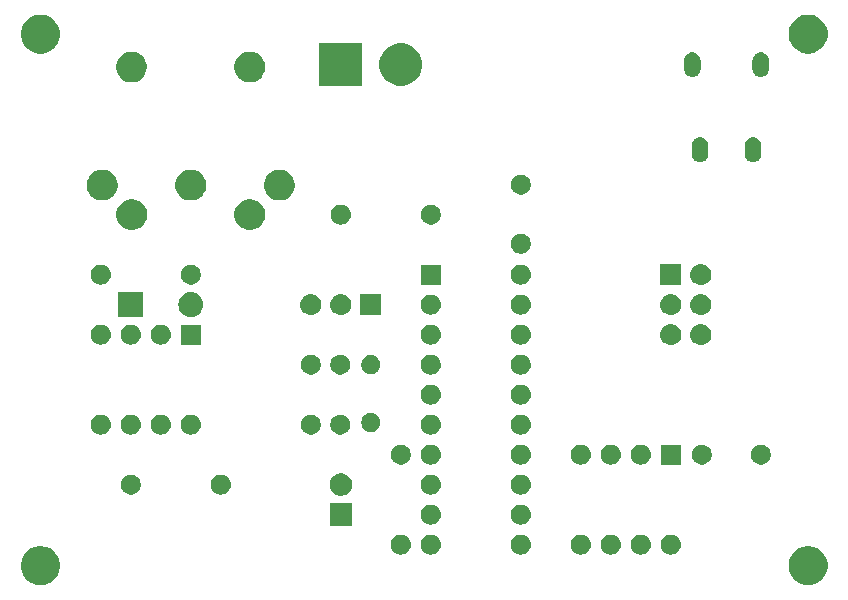
<source format=gts>
G04 #@! TF.GenerationSoftware,KiCad,Pcbnew,5.0.2+dfsg1-1~bpo9+1*
G04 #@! TF.CreationDate,2019-03-22T20:12:16+01:00*
G04 #@! TF.ProjectId,main,6d61696e-2e6b-4696-9361-645f70636258,v03*
G04 #@! TF.SameCoordinates,Original*
G04 #@! TF.FileFunction,Soldermask,Top*
G04 #@! TF.FilePolarity,Negative*
%FSLAX46Y46*%
G04 Gerber Fmt 4.6, Leading zero omitted, Abs format (unit mm)*
G04 Created by KiCad (PCBNEW 5.0.2+dfsg1-1~bpo9+1) date Fri 22 Mar 2019 08:12:16 PM CET*
%MOMM*%
%LPD*%
G01*
G04 APERTURE LIST*
%ADD10C,0.100000*%
G04 APERTURE END LIST*
D10*
G36*
X67875256Y-45891298D02*
X67981579Y-45912447D01*
X68282042Y-46036903D01*
X68297518Y-46047244D01*
X68552454Y-46217587D01*
X68782413Y-46447546D01*
X68782415Y-46447549D01*
X68864903Y-46571000D01*
X68963098Y-46717960D01*
X69087553Y-47018422D01*
X69151000Y-47337389D01*
X69151000Y-47662611D01*
X69087553Y-47981578D01*
X68963098Y-48282040D01*
X68782413Y-48552454D01*
X68552454Y-48782413D01*
X68552451Y-48782415D01*
X68282042Y-48963097D01*
X67981579Y-49087553D01*
X67875256Y-49108702D01*
X67662611Y-49151000D01*
X67337389Y-49151000D01*
X67124744Y-49108702D01*
X67018421Y-49087553D01*
X66717958Y-48963097D01*
X66447549Y-48782415D01*
X66447546Y-48782413D01*
X66217587Y-48552454D01*
X66036902Y-48282040D01*
X65912447Y-47981578D01*
X65849000Y-47662611D01*
X65849000Y-47337389D01*
X65912447Y-47018422D01*
X66036902Y-46717960D01*
X66135098Y-46571000D01*
X66217585Y-46447549D01*
X66217587Y-46447546D01*
X66447546Y-46217587D01*
X66702482Y-46047244D01*
X66717958Y-46036903D01*
X67018421Y-45912447D01*
X67124744Y-45891298D01*
X67337389Y-45849000D01*
X67662611Y-45849000D01*
X67875256Y-45891298D01*
X67875256Y-45891298D01*
G37*
G36*
X2875256Y-45891298D02*
X2981579Y-45912447D01*
X3282042Y-46036903D01*
X3297518Y-46047244D01*
X3552454Y-46217587D01*
X3782413Y-46447546D01*
X3782415Y-46447549D01*
X3864903Y-46571000D01*
X3963098Y-46717960D01*
X4087553Y-47018422D01*
X4151000Y-47337389D01*
X4151000Y-47662611D01*
X4087553Y-47981578D01*
X3963098Y-48282040D01*
X3782413Y-48552454D01*
X3552454Y-48782413D01*
X3552451Y-48782415D01*
X3282042Y-48963097D01*
X2981579Y-49087553D01*
X2875256Y-49108702D01*
X2662611Y-49151000D01*
X2337389Y-49151000D01*
X2124744Y-49108702D01*
X2018421Y-49087553D01*
X1717958Y-48963097D01*
X1447549Y-48782415D01*
X1447546Y-48782413D01*
X1217587Y-48552454D01*
X1036902Y-48282040D01*
X912447Y-47981578D01*
X849000Y-47662611D01*
X849000Y-47337389D01*
X912447Y-47018422D01*
X1036902Y-46717960D01*
X1135098Y-46571000D01*
X1217585Y-46447549D01*
X1217587Y-46447546D01*
X1447546Y-46217587D01*
X1702482Y-46047244D01*
X1717958Y-46036903D01*
X2018421Y-45912447D01*
X2124744Y-45891298D01*
X2337389Y-45849000D01*
X2662611Y-45849000D01*
X2875256Y-45891298D01*
X2875256Y-45891298D01*
G37*
G36*
X33186821Y-44881313D02*
X33186824Y-44881314D01*
X33186825Y-44881314D01*
X33347239Y-44929975D01*
X33347241Y-44929976D01*
X33347244Y-44929977D01*
X33495078Y-45008995D01*
X33624659Y-45115341D01*
X33731005Y-45244922D01*
X33810023Y-45392756D01*
X33858687Y-45553179D01*
X33875117Y-45720000D01*
X33858687Y-45886821D01*
X33858686Y-45886824D01*
X33858686Y-45886825D01*
X33813161Y-46036902D01*
X33810023Y-46047244D01*
X33731005Y-46195078D01*
X33624659Y-46324659D01*
X33495078Y-46431005D01*
X33347244Y-46510023D01*
X33347241Y-46510024D01*
X33347239Y-46510025D01*
X33186825Y-46558686D01*
X33186824Y-46558686D01*
X33186821Y-46558687D01*
X33061804Y-46571000D01*
X32978196Y-46571000D01*
X32853179Y-46558687D01*
X32853176Y-46558686D01*
X32853175Y-46558686D01*
X32692761Y-46510025D01*
X32692759Y-46510024D01*
X32692756Y-46510023D01*
X32544922Y-46431005D01*
X32415341Y-46324659D01*
X32308995Y-46195078D01*
X32229977Y-46047244D01*
X32226840Y-46036902D01*
X32181314Y-45886825D01*
X32181314Y-45886824D01*
X32181313Y-45886821D01*
X32164883Y-45720000D01*
X32181313Y-45553179D01*
X32229977Y-45392756D01*
X32308995Y-45244922D01*
X32415341Y-45115341D01*
X32544922Y-45008995D01*
X32692756Y-44929977D01*
X32692759Y-44929976D01*
X32692761Y-44929975D01*
X32853175Y-44881314D01*
X32853176Y-44881314D01*
X32853179Y-44881313D01*
X32978196Y-44869000D01*
X33061804Y-44869000D01*
X33186821Y-44881313D01*
X33186821Y-44881313D01*
G37*
G36*
X56046821Y-44881313D02*
X56046824Y-44881314D01*
X56046825Y-44881314D01*
X56207239Y-44929975D01*
X56207241Y-44929976D01*
X56207244Y-44929977D01*
X56355078Y-45008995D01*
X56484659Y-45115341D01*
X56591005Y-45244922D01*
X56670023Y-45392756D01*
X56718687Y-45553179D01*
X56735117Y-45720000D01*
X56718687Y-45886821D01*
X56718686Y-45886824D01*
X56718686Y-45886825D01*
X56673161Y-46036902D01*
X56670023Y-46047244D01*
X56591005Y-46195078D01*
X56484659Y-46324659D01*
X56355078Y-46431005D01*
X56207244Y-46510023D01*
X56207241Y-46510024D01*
X56207239Y-46510025D01*
X56046825Y-46558686D01*
X56046824Y-46558686D01*
X56046821Y-46558687D01*
X55921804Y-46571000D01*
X55838196Y-46571000D01*
X55713179Y-46558687D01*
X55713176Y-46558686D01*
X55713175Y-46558686D01*
X55552761Y-46510025D01*
X55552759Y-46510024D01*
X55552756Y-46510023D01*
X55404922Y-46431005D01*
X55275341Y-46324659D01*
X55168995Y-46195078D01*
X55089977Y-46047244D01*
X55086840Y-46036902D01*
X55041314Y-45886825D01*
X55041314Y-45886824D01*
X55041313Y-45886821D01*
X55024883Y-45720000D01*
X55041313Y-45553179D01*
X55089977Y-45392756D01*
X55168995Y-45244922D01*
X55275341Y-45115341D01*
X55404922Y-45008995D01*
X55552756Y-44929977D01*
X55552759Y-44929976D01*
X55552761Y-44929975D01*
X55713175Y-44881314D01*
X55713176Y-44881314D01*
X55713179Y-44881313D01*
X55838196Y-44869000D01*
X55921804Y-44869000D01*
X56046821Y-44881313D01*
X56046821Y-44881313D01*
G37*
G36*
X53506821Y-44881313D02*
X53506824Y-44881314D01*
X53506825Y-44881314D01*
X53667239Y-44929975D01*
X53667241Y-44929976D01*
X53667244Y-44929977D01*
X53815078Y-45008995D01*
X53944659Y-45115341D01*
X54051005Y-45244922D01*
X54130023Y-45392756D01*
X54178687Y-45553179D01*
X54195117Y-45720000D01*
X54178687Y-45886821D01*
X54178686Y-45886824D01*
X54178686Y-45886825D01*
X54133161Y-46036902D01*
X54130023Y-46047244D01*
X54051005Y-46195078D01*
X53944659Y-46324659D01*
X53815078Y-46431005D01*
X53667244Y-46510023D01*
X53667241Y-46510024D01*
X53667239Y-46510025D01*
X53506825Y-46558686D01*
X53506824Y-46558686D01*
X53506821Y-46558687D01*
X53381804Y-46571000D01*
X53298196Y-46571000D01*
X53173179Y-46558687D01*
X53173176Y-46558686D01*
X53173175Y-46558686D01*
X53012761Y-46510025D01*
X53012759Y-46510024D01*
X53012756Y-46510023D01*
X52864922Y-46431005D01*
X52735341Y-46324659D01*
X52628995Y-46195078D01*
X52549977Y-46047244D01*
X52546840Y-46036902D01*
X52501314Y-45886825D01*
X52501314Y-45886824D01*
X52501313Y-45886821D01*
X52484883Y-45720000D01*
X52501313Y-45553179D01*
X52549977Y-45392756D01*
X52628995Y-45244922D01*
X52735341Y-45115341D01*
X52864922Y-45008995D01*
X53012756Y-44929977D01*
X53012759Y-44929976D01*
X53012761Y-44929975D01*
X53173175Y-44881314D01*
X53173176Y-44881314D01*
X53173179Y-44881313D01*
X53298196Y-44869000D01*
X53381804Y-44869000D01*
X53506821Y-44881313D01*
X53506821Y-44881313D01*
G37*
G36*
X48426821Y-44881313D02*
X48426824Y-44881314D01*
X48426825Y-44881314D01*
X48587239Y-44929975D01*
X48587241Y-44929976D01*
X48587244Y-44929977D01*
X48735078Y-45008995D01*
X48864659Y-45115341D01*
X48971005Y-45244922D01*
X49050023Y-45392756D01*
X49098687Y-45553179D01*
X49115117Y-45720000D01*
X49098687Y-45886821D01*
X49098686Y-45886824D01*
X49098686Y-45886825D01*
X49053161Y-46036902D01*
X49050023Y-46047244D01*
X48971005Y-46195078D01*
X48864659Y-46324659D01*
X48735078Y-46431005D01*
X48587244Y-46510023D01*
X48587241Y-46510024D01*
X48587239Y-46510025D01*
X48426825Y-46558686D01*
X48426824Y-46558686D01*
X48426821Y-46558687D01*
X48301804Y-46571000D01*
X48218196Y-46571000D01*
X48093179Y-46558687D01*
X48093176Y-46558686D01*
X48093175Y-46558686D01*
X47932761Y-46510025D01*
X47932759Y-46510024D01*
X47932756Y-46510023D01*
X47784922Y-46431005D01*
X47655341Y-46324659D01*
X47548995Y-46195078D01*
X47469977Y-46047244D01*
X47466840Y-46036902D01*
X47421314Y-45886825D01*
X47421314Y-45886824D01*
X47421313Y-45886821D01*
X47404883Y-45720000D01*
X47421313Y-45553179D01*
X47469977Y-45392756D01*
X47548995Y-45244922D01*
X47655341Y-45115341D01*
X47784922Y-45008995D01*
X47932756Y-44929977D01*
X47932759Y-44929976D01*
X47932761Y-44929975D01*
X48093175Y-44881314D01*
X48093176Y-44881314D01*
X48093179Y-44881313D01*
X48218196Y-44869000D01*
X48301804Y-44869000D01*
X48426821Y-44881313D01*
X48426821Y-44881313D01*
G37*
G36*
X43346821Y-44881313D02*
X43346824Y-44881314D01*
X43346825Y-44881314D01*
X43507239Y-44929975D01*
X43507241Y-44929976D01*
X43507244Y-44929977D01*
X43655078Y-45008995D01*
X43784659Y-45115341D01*
X43891005Y-45244922D01*
X43970023Y-45392756D01*
X44018687Y-45553179D01*
X44035117Y-45720000D01*
X44018687Y-45886821D01*
X44018686Y-45886824D01*
X44018686Y-45886825D01*
X43973161Y-46036902D01*
X43970023Y-46047244D01*
X43891005Y-46195078D01*
X43784659Y-46324659D01*
X43655078Y-46431005D01*
X43507244Y-46510023D01*
X43507241Y-46510024D01*
X43507239Y-46510025D01*
X43346825Y-46558686D01*
X43346824Y-46558686D01*
X43346821Y-46558687D01*
X43221804Y-46571000D01*
X43138196Y-46571000D01*
X43013179Y-46558687D01*
X43013176Y-46558686D01*
X43013175Y-46558686D01*
X42852761Y-46510025D01*
X42852759Y-46510024D01*
X42852756Y-46510023D01*
X42704922Y-46431005D01*
X42575341Y-46324659D01*
X42468995Y-46195078D01*
X42389977Y-46047244D01*
X42386840Y-46036902D01*
X42341314Y-45886825D01*
X42341314Y-45886824D01*
X42341313Y-45886821D01*
X42324883Y-45720000D01*
X42341313Y-45553179D01*
X42389977Y-45392756D01*
X42468995Y-45244922D01*
X42575341Y-45115341D01*
X42704922Y-45008995D01*
X42852756Y-44929977D01*
X42852759Y-44929976D01*
X42852761Y-44929975D01*
X43013175Y-44881314D01*
X43013176Y-44881314D01*
X43013179Y-44881313D01*
X43138196Y-44869000D01*
X43221804Y-44869000D01*
X43346821Y-44881313D01*
X43346821Y-44881313D01*
G37*
G36*
X35726821Y-44881313D02*
X35726824Y-44881314D01*
X35726825Y-44881314D01*
X35887239Y-44929975D01*
X35887241Y-44929976D01*
X35887244Y-44929977D01*
X36035078Y-45008995D01*
X36164659Y-45115341D01*
X36271005Y-45244922D01*
X36350023Y-45392756D01*
X36398687Y-45553179D01*
X36415117Y-45720000D01*
X36398687Y-45886821D01*
X36398686Y-45886824D01*
X36398686Y-45886825D01*
X36353161Y-46036902D01*
X36350023Y-46047244D01*
X36271005Y-46195078D01*
X36164659Y-46324659D01*
X36035078Y-46431005D01*
X35887244Y-46510023D01*
X35887241Y-46510024D01*
X35887239Y-46510025D01*
X35726825Y-46558686D01*
X35726824Y-46558686D01*
X35726821Y-46558687D01*
X35601804Y-46571000D01*
X35518196Y-46571000D01*
X35393179Y-46558687D01*
X35393176Y-46558686D01*
X35393175Y-46558686D01*
X35232761Y-46510025D01*
X35232759Y-46510024D01*
X35232756Y-46510023D01*
X35084922Y-46431005D01*
X34955341Y-46324659D01*
X34848995Y-46195078D01*
X34769977Y-46047244D01*
X34766840Y-46036902D01*
X34721314Y-45886825D01*
X34721314Y-45886824D01*
X34721313Y-45886821D01*
X34704883Y-45720000D01*
X34721313Y-45553179D01*
X34769977Y-45392756D01*
X34848995Y-45244922D01*
X34955341Y-45115341D01*
X35084922Y-45008995D01*
X35232756Y-44929977D01*
X35232759Y-44929976D01*
X35232761Y-44929975D01*
X35393175Y-44881314D01*
X35393176Y-44881314D01*
X35393179Y-44881313D01*
X35518196Y-44869000D01*
X35601804Y-44869000D01*
X35726821Y-44881313D01*
X35726821Y-44881313D01*
G37*
G36*
X50966821Y-44881313D02*
X50966824Y-44881314D01*
X50966825Y-44881314D01*
X51127239Y-44929975D01*
X51127241Y-44929976D01*
X51127244Y-44929977D01*
X51275078Y-45008995D01*
X51404659Y-45115341D01*
X51511005Y-45244922D01*
X51590023Y-45392756D01*
X51638687Y-45553179D01*
X51655117Y-45720000D01*
X51638687Y-45886821D01*
X51638686Y-45886824D01*
X51638686Y-45886825D01*
X51593161Y-46036902D01*
X51590023Y-46047244D01*
X51511005Y-46195078D01*
X51404659Y-46324659D01*
X51275078Y-46431005D01*
X51127244Y-46510023D01*
X51127241Y-46510024D01*
X51127239Y-46510025D01*
X50966825Y-46558686D01*
X50966824Y-46558686D01*
X50966821Y-46558687D01*
X50841804Y-46571000D01*
X50758196Y-46571000D01*
X50633179Y-46558687D01*
X50633176Y-46558686D01*
X50633175Y-46558686D01*
X50472761Y-46510025D01*
X50472759Y-46510024D01*
X50472756Y-46510023D01*
X50324922Y-46431005D01*
X50195341Y-46324659D01*
X50088995Y-46195078D01*
X50009977Y-46047244D01*
X50006840Y-46036902D01*
X49961314Y-45886825D01*
X49961314Y-45886824D01*
X49961313Y-45886821D01*
X49944883Y-45720000D01*
X49961313Y-45553179D01*
X50009977Y-45392756D01*
X50088995Y-45244922D01*
X50195341Y-45115341D01*
X50324922Y-45008995D01*
X50472756Y-44929977D01*
X50472759Y-44929976D01*
X50472761Y-44929975D01*
X50633175Y-44881314D01*
X50633176Y-44881314D01*
X50633179Y-44881313D01*
X50758196Y-44869000D01*
X50841804Y-44869000D01*
X50966821Y-44881313D01*
X50966821Y-44881313D01*
G37*
G36*
X28891000Y-44131000D02*
X26989000Y-44131000D01*
X26989000Y-42229000D01*
X28891000Y-42229000D01*
X28891000Y-44131000D01*
X28891000Y-44131000D01*
G37*
G36*
X35726821Y-42341313D02*
X35726824Y-42341314D01*
X35726825Y-42341314D01*
X35887239Y-42389975D01*
X35887241Y-42389976D01*
X35887244Y-42389977D01*
X36035078Y-42468995D01*
X36164659Y-42575341D01*
X36271005Y-42704922D01*
X36350023Y-42852756D01*
X36398687Y-43013179D01*
X36415117Y-43180000D01*
X36398687Y-43346821D01*
X36350023Y-43507244D01*
X36271005Y-43655078D01*
X36164659Y-43784659D01*
X36035078Y-43891005D01*
X35887244Y-43970023D01*
X35887241Y-43970024D01*
X35887239Y-43970025D01*
X35726825Y-44018686D01*
X35726824Y-44018686D01*
X35726821Y-44018687D01*
X35601804Y-44031000D01*
X35518196Y-44031000D01*
X35393179Y-44018687D01*
X35393176Y-44018686D01*
X35393175Y-44018686D01*
X35232761Y-43970025D01*
X35232759Y-43970024D01*
X35232756Y-43970023D01*
X35084922Y-43891005D01*
X34955341Y-43784659D01*
X34848995Y-43655078D01*
X34769977Y-43507244D01*
X34721313Y-43346821D01*
X34704883Y-43180000D01*
X34721313Y-43013179D01*
X34769977Y-42852756D01*
X34848995Y-42704922D01*
X34955341Y-42575341D01*
X35084922Y-42468995D01*
X35232756Y-42389977D01*
X35232759Y-42389976D01*
X35232761Y-42389975D01*
X35393175Y-42341314D01*
X35393176Y-42341314D01*
X35393179Y-42341313D01*
X35518196Y-42329000D01*
X35601804Y-42329000D01*
X35726821Y-42341313D01*
X35726821Y-42341313D01*
G37*
G36*
X43346821Y-42341313D02*
X43346824Y-42341314D01*
X43346825Y-42341314D01*
X43507239Y-42389975D01*
X43507241Y-42389976D01*
X43507244Y-42389977D01*
X43655078Y-42468995D01*
X43784659Y-42575341D01*
X43891005Y-42704922D01*
X43970023Y-42852756D01*
X44018687Y-43013179D01*
X44035117Y-43180000D01*
X44018687Y-43346821D01*
X43970023Y-43507244D01*
X43891005Y-43655078D01*
X43784659Y-43784659D01*
X43655078Y-43891005D01*
X43507244Y-43970023D01*
X43507241Y-43970024D01*
X43507239Y-43970025D01*
X43346825Y-44018686D01*
X43346824Y-44018686D01*
X43346821Y-44018687D01*
X43221804Y-44031000D01*
X43138196Y-44031000D01*
X43013179Y-44018687D01*
X43013176Y-44018686D01*
X43013175Y-44018686D01*
X42852761Y-43970025D01*
X42852759Y-43970024D01*
X42852756Y-43970023D01*
X42704922Y-43891005D01*
X42575341Y-43784659D01*
X42468995Y-43655078D01*
X42389977Y-43507244D01*
X42341313Y-43346821D01*
X42324883Y-43180000D01*
X42341313Y-43013179D01*
X42389977Y-42852756D01*
X42468995Y-42704922D01*
X42575341Y-42575341D01*
X42704922Y-42468995D01*
X42852756Y-42389977D01*
X42852759Y-42389976D01*
X42852761Y-42389975D01*
X43013175Y-42341314D01*
X43013176Y-42341314D01*
X43013179Y-42341313D01*
X43138196Y-42329000D01*
X43221804Y-42329000D01*
X43346821Y-42341313D01*
X43346821Y-42341313D01*
G37*
G36*
X28217396Y-39725546D02*
X28390466Y-39797234D01*
X28546230Y-39901312D01*
X28678688Y-40033770D01*
X28782766Y-40189534D01*
X28854454Y-40362604D01*
X28891000Y-40546333D01*
X28891000Y-40733667D01*
X28854454Y-40917396D01*
X28782766Y-41090466D01*
X28678688Y-41246230D01*
X28546230Y-41378688D01*
X28390466Y-41482766D01*
X28217396Y-41554454D01*
X28033667Y-41591000D01*
X27846333Y-41591000D01*
X27662604Y-41554454D01*
X27489534Y-41482766D01*
X27333770Y-41378688D01*
X27201312Y-41246230D01*
X27097234Y-41090466D01*
X27025546Y-40917396D01*
X26989000Y-40733667D01*
X26989000Y-40546333D01*
X27025546Y-40362604D01*
X27097234Y-40189534D01*
X27201312Y-40033770D01*
X27333770Y-39901312D01*
X27489534Y-39797234D01*
X27662604Y-39725546D01*
X27846333Y-39689000D01*
X28033667Y-39689000D01*
X28217396Y-39725546D01*
X28217396Y-39725546D01*
G37*
G36*
X17946821Y-39801313D02*
X17946824Y-39801314D01*
X17946825Y-39801314D01*
X18107239Y-39849975D01*
X18107241Y-39849976D01*
X18107244Y-39849977D01*
X18255078Y-39928995D01*
X18384659Y-40035341D01*
X18491005Y-40164922D01*
X18570023Y-40312756D01*
X18570024Y-40312759D01*
X18570025Y-40312761D01*
X18618686Y-40473175D01*
X18618687Y-40473179D01*
X18635117Y-40640000D01*
X18618687Y-40806821D01*
X18618686Y-40806824D01*
X18618686Y-40806825D01*
X18585145Y-40917396D01*
X18570023Y-40967244D01*
X18491005Y-41115078D01*
X18384659Y-41244659D01*
X18255078Y-41351005D01*
X18107244Y-41430023D01*
X18107241Y-41430024D01*
X18107239Y-41430025D01*
X17946825Y-41478686D01*
X17946824Y-41478686D01*
X17946821Y-41478687D01*
X17821804Y-41491000D01*
X17738196Y-41491000D01*
X17613179Y-41478687D01*
X17613176Y-41478686D01*
X17613175Y-41478686D01*
X17452761Y-41430025D01*
X17452759Y-41430024D01*
X17452756Y-41430023D01*
X17304922Y-41351005D01*
X17175341Y-41244659D01*
X17068995Y-41115078D01*
X16989977Y-40967244D01*
X16974856Y-40917396D01*
X16941314Y-40806825D01*
X16941314Y-40806824D01*
X16941313Y-40806821D01*
X16924883Y-40640000D01*
X16941313Y-40473179D01*
X16941314Y-40473175D01*
X16989975Y-40312761D01*
X16989976Y-40312759D01*
X16989977Y-40312756D01*
X17068995Y-40164922D01*
X17175341Y-40035341D01*
X17304922Y-39928995D01*
X17452756Y-39849977D01*
X17452759Y-39849976D01*
X17452761Y-39849975D01*
X17613175Y-39801314D01*
X17613176Y-39801314D01*
X17613179Y-39801313D01*
X17738196Y-39789000D01*
X17821804Y-39789000D01*
X17946821Y-39801313D01*
X17946821Y-39801313D01*
G37*
G36*
X43346821Y-39801313D02*
X43346824Y-39801314D01*
X43346825Y-39801314D01*
X43507239Y-39849975D01*
X43507241Y-39849976D01*
X43507244Y-39849977D01*
X43655078Y-39928995D01*
X43784659Y-40035341D01*
X43891005Y-40164922D01*
X43970023Y-40312756D01*
X43970024Y-40312759D01*
X43970025Y-40312761D01*
X44018686Y-40473175D01*
X44018687Y-40473179D01*
X44035117Y-40640000D01*
X44018687Y-40806821D01*
X44018686Y-40806824D01*
X44018686Y-40806825D01*
X43985145Y-40917396D01*
X43970023Y-40967244D01*
X43891005Y-41115078D01*
X43784659Y-41244659D01*
X43655078Y-41351005D01*
X43507244Y-41430023D01*
X43507241Y-41430024D01*
X43507239Y-41430025D01*
X43346825Y-41478686D01*
X43346824Y-41478686D01*
X43346821Y-41478687D01*
X43221804Y-41491000D01*
X43138196Y-41491000D01*
X43013179Y-41478687D01*
X43013176Y-41478686D01*
X43013175Y-41478686D01*
X42852761Y-41430025D01*
X42852759Y-41430024D01*
X42852756Y-41430023D01*
X42704922Y-41351005D01*
X42575341Y-41244659D01*
X42468995Y-41115078D01*
X42389977Y-40967244D01*
X42374856Y-40917396D01*
X42341314Y-40806825D01*
X42341314Y-40806824D01*
X42341313Y-40806821D01*
X42324883Y-40640000D01*
X42341313Y-40473179D01*
X42341314Y-40473175D01*
X42389975Y-40312761D01*
X42389976Y-40312759D01*
X42389977Y-40312756D01*
X42468995Y-40164922D01*
X42575341Y-40035341D01*
X42704922Y-39928995D01*
X42852756Y-39849977D01*
X42852759Y-39849976D01*
X42852761Y-39849975D01*
X43013175Y-39801314D01*
X43013176Y-39801314D01*
X43013179Y-39801313D01*
X43138196Y-39789000D01*
X43221804Y-39789000D01*
X43346821Y-39801313D01*
X43346821Y-39801313D01*
G37*
G36*
X35726821Y-39801313D02*
X35726824Y-39801314D01*
X35726825Y-39801314D01*
X35887239Y-39849975D01*
X35887241Y-39849976D01*
X35887244Y-39849977D01*
X36035078Y-39928995D01*
X36164659Y-40035341D01*
X36271005Y-40164922D01*
X36350023Y-40312756D01*
X36350024Y-40312759D01*
X36350025Y-40312761D01*
X36398686Y-40473175D01*
X36398687Y-40473179D01*
X36415117Y-40640000D01*
X36398687Y-40806821D01*
X36398686Y-40806824D01*
X36398686Y-40806825D01*
X36365145Y-40917396D01*
X36350023Y-40967244D01*
X36271005Y-41115078D01*
X36164659Y-41244659D01*
X36035078Y-41351005D01*
X35887244Y-41430023D01*
X35887241Y-41430024D01*
X35887239Y-41430025D01*
X35726825Y-41478686D01*
X35726824Y-41478686D01*
X35726821Y-41478687D01*
X35601804Y-41491000D01*
X35518196Y-41491000D01*
X35393179Y-41478687D01*
X35393176Y-41478686D01*
X35393175Y-41478686D01*
X35232761Y-41430025D01*
X35232759Y-41430024D01*
X35232756Y-41430023D01*
X35084922Y-41351005D01*
X34955341Y-41244659D01*
X34848995Y-41115078D01*
X34769977Y-40967244D01*
X34754856Y-40917396D01*
X34721314Y-40806825D01*
X34721314Y-40806824D01*
X34721313Y-40806821D01*
X34704883Y-40640000D01*
X34721313Y-40473179D01*
X34721314Y-40473175D01*
X34769975Y-40312761D01*
X34769976Y-40312759D01*
X34769977Y-40312756D01*
X34848995Y-40164922D01*
X34955341Y-40035341D01*
X35084922Y-39928995D01*
X35232756Y-39849977D01*
X35232759Y-39849976D01*
X35232761Y-39849975D01*
X35393175Y-39801314D01*
X35393176Y-39801314D01*
X35393179Y-39801313D01*
X35518196Y-39789000D01*
X35601804Y-39789000D01*
X35726821Y-39801313D01*
X35726821Y-39801313D01*
G37*
G36*
X10408228Y-39821703D02*
X10563100Y-39885853D01*
X10702481Y-39978985D01*
X10821015Y-40097519D01*
X10914147Y-40236900D01*
X10978297Y-40391772D01*
X11011000Y-40556184D01*
X11011000Y-40723816D01*
X10978297Y-40888228D01*
X10914147Y-41043100D01*
X10821015Y-41182481D01*
X10702481Y-41301015D01*
X10563100Y-41394147D01*
X10408228Y-41458297D01*
X10243816Y-41491000D01*
X10076184Y-41491000D01*
X9911772Y-41458297D01*
X9756900Y-41394147D01*
X9617519Y-41301015D01*
X9498985Y-41182481D01*
X9405853Y-41043100D01*
X9341703Y-40888228D01*
X9309000Y-40723816D01*
X9309000Y-40556184D01*
X9341703Y-40391772D01*
X9405853Y-40236900D01*
X9498985Y-40097519D01*
X9617519Y-39978985D01*
X9756900Y-39885853D01*
X9911772Y-39821703D01*
X10076184Y-39789000D01*
X10243816Y-39789000D01*
X10408228Y-39821703D01*
X10408228Y-39821703D01*
G37*
G36*
X63748228Y-37281703D02*
X63903100Y-37345853D01*
X64042481Y-37438985D01*
X64161015Y-37557519D01*
X64254147Y-37696900D01*
X64318297Y-37851772D01*
X64351000Y-38016184D01*
X64351000Y-38183816D01*
X64318297Y-38348228D01*
X64254147Y-38503100D01*
X64161015Y-38642481D01*
X64042481Y-38761015D01*
X63903100Y-38854147D01*
X63748228Y-38918297D01*
X63583816Y-38951000D01*
X63416184Y-38951000D01*
X63251772Y-38918297D01*
X63096900Y-38854147D01*
X62957519Y-38761015D01*
X62838985Y-38642481D01*
X62745853Y-38503100D01*
X62681703Y-38348228D01*
X62649000Y-38183816D01*
X62649000Y-38016184D01*
X62681703Y-37851772D01*
X62745853Y-37696900D01*
X62838985Y-37557519D01*
X62957519Y-37438985D01*
X63096900Y-37345853D01*
X63251772Y-37281703D01*
X63416184Y-37249000D01*
X63583816Y-37249000D01*
X63748228Y-37281703D01*
X63748228Y-37281703D01*
G37*
G36*
X33268228Y-37281703D02*
X33423100Y-37345853D01*
X33562481Y-37438985D01*
X33681015Y-37557519D01*
X33774147Y-37696900D01*
X33838297Y-37851772D01*
X33871000Y-38016184D01*
X33871000Y-38183816D01*
X33838297Y-38348228D01*
X33774147Y-38503100D01*
X33681015Y-38642481D01*
X33562481Y-38761015D01*
X33423100Y-38854147D01*
X33268228Y-38918297D01*
X33103816Y-38951000D01*
X32936184Y-38951000D01*
X32771772Y-38918297D01*
X32616900Y-38854147D01*
X32477519Y-38761015D01*
X32358985Y-38642481D01*
X32265853Y-38503100D01*
X32201703Y-38348228D01*
X32169000Y-38183816D01*
X32169000Y-38016184D01*
X32201703Y-37851772D01*
X32265853Y-37696900D01*
X32358985Y-37557519D01*
X32477519Y-37438985D01*
X32616900Y-37345853D01*
X32771772Y-37281703D01*
X32936184Y-37249000D01*
X33103816Y-37249000D01*
X33268228Y-37281703D01*
X33268228Y-37281703D01*
G37*
G36*
X58748228Y-37281703D02*
X58903100Y-37345853D01*
X59042481Y-37438985D01*
X59161015Y-37557519D01*
X59254147Y-37696900D01*
X59318297Y-37851772D01*
X59351000Y-38016184D01*
X59351000Y-38183816D01*
X59318297Y-38348228D01*
X59254147Y-38503100D01*
X59161015Y-38642481D01*
X59042481Y-38761015D01*
X58903100Y-38854147D01*
X58748228Y-38918297D01*
X58583816Y-38951000D01*
X58416184Y-38951000D01*
X58251772Y-38918297D01*
X58096900Y-38854147D01*
X57957519Y-38761015D01*
X57838985Y-38642481D01*
X57745853Y-38503100D01*
X57681703Y-38348228D01*
X57649000Y-38183816D01*
X57649000Y-38016184D01*
X57681703Y-37851772D01*
X57745853Y-37696900D01*
X57838985Y-37557519D01*
X57957519Y-37438985D01*
X58096900Y-37345853D01*
X58251772Y-37281703D01*
X58416184Y-37249000D01*
X58583816Y-37249000D01*
X58748228Y-37281703D01*
X58748228Y-37281703D01*
G37*
G36*
X35726821Y-37261313D02*
X35726824Y-37261314D01*
X35726825Y-37261314D01*
X35887239Y-37309975D01*
X35887241Y-37309976D01*
X35887244Y-37309977D01*
X36035078Y-37388995D01*
X36164659Y-37495341D01*
X36271005Y-37624922D01*
X36350023Y-37772756D01*
X36350024Y-37772759D01*
X36350025Y-37772761D01*
X36398686Y-37933175D01*
X36398687Y-37933179D01*
X36415117Y-38100000D01*
X36398687Y-38266821D01*
X36398686Y-38266824D01*
X36398686Y-38266825D01*
X36373993Y-38348228D01*
X36350023Y-38427244D01*
X36271005Y-38575078D01*
X36164659Y-38704659D01*
X36035078Y-38811005D01*
X35887244Y-38890023D01*
X35887241Y-38890024D01*
X35887239Y-38890025D01*
X35726825Y-38938686D01*
X35726824Y-38938686D01*
X35726821Y-38938687D01*
X35601804Y-38951000D01*
X35518196Y-38951000D01*
X35393179Y-38938687D01*
X35393176Y-38938686D01*
X35393175Y-38938686D01*
X35232761Y-38890025D01*
X35232759Y-38890024D01*
X35232756Y-38890023D01*
X35084922Y-38811005D01*
X34955341Y-38704659D01*
X34848995Y-38575078D01*
X34769977Y-38427244D01*
X34746008Y-38348228D01*
X34721314Y-38266825D01*
X34721314Y-38266824D01*
X34721313Y-38266821D01*
X34704883Y-38100000D01*
X34721313Y-37933179D01*
X34721314Y-37933175D01*
X34769975Y-37772761D01*
X34769976Y-37772759D01*
X34769977Y-37772756D01*
X34848995Y-37624922D01*
X34955341Y-37495341D01*
X35084922Y-37388995D01*
X35232756Y-37309977D01*
X35232759Y-37309976D01*
X35232761Y-37309975D01*
X35393175Y-37261314D01*
X35393176Y-37261314D01*
X35393179Y-37261313D01*
X35518196Y-37249000D01*
X35601804Y-37249000D01*
X35726821Y-37261313D01*
X35726821Y-37261313D01*
G37*
G36*
X56731000Y-38951000D02*
X55029000Y-38951000D01*
X55029000Y-37249000D01*
X56731000Y-37249000D01*
X56731000Y-38951000D01*
X56731000Y-38951000D01*
G37*
G36*
X43346821Y-37261313D02*
X43346824Y-37261314D01*
X43346825Y-37261314D01*
X43507239Y-37309975D01*
X43507241Y-37309976D01*
X43507244Y-37309977D01*
X43655078Y-37388995D01*
X43784659Y-37495341D01*
X43891005Y-37624922D01*
X43970023Y-37772756D01*
X43970024Y-37772759D01*
X43970025Y-37772761D01*
X44018686Y-37933175D01*
X44018687Y-37933179D01*
X44035117Y-38100000D01*
X44018687Y-38266821D01*
X44018686Y-38266824D01*
X44018686Y-38266825D01*
X43993993Y-38348228D01*
X43970023Y-38427244D01*
X43891005Y-38575078D01*
X43784659Y-38704659D01*
X43655078Y-38811005D01*
X43507244Y-38890023D01*
X43507241Y-38890024D01*
X43507239Y-38890025D01*
X43346825Y-38938686D01*
X43346824Y-38938686D01*
X43346821Y-38938687D01*
X43221804Y-38951000D01*
X43138196Y-38951000D01*
X43013179Y-38938687D01*
X43013176Y-38938686D01*
X43013175Y-38938686D01*
X42852761Y-38890025D01*
X42852759Y-38890024D01*
X42852756Y-38890023D01*
X42704922Y-38811005D01*
X42575341Y-38704659D01*
X42468995Y-38575078D01*
X42389977Y-38427244D01*
X42366008Y-38348228D01*
X42341314Y-38266825D01*
X42341314Y-38266824D01*
X42341313Y-38266821D01*
X42324883Y-38100000D01*
X42341313Y-37933179D01*
X42341314Y-37933175D01*
X42389975Y-37772761D01*
X42389976Y-37772759D01*
X42389977Y-37772756D01*
X42468995Y-37624922D01*
X42575341Y-37495341D01*
X42704922Y-37388995D01*
X42852756Y-37309977D01*
X42852759Y-37309976D01*
X42852761Y-37309975D01*
X43013175Y-37261314D01*
X43013176Y-37261314D01*
X43013179Y-37261313D01*
X43138196Y-37249000D01*
X43221804Y-37249000D01*
X43346821Y-37261313D01*
X43346821Y-37261313D01*
G37*
G36*
X50966821Y-37261313D02*
X50966824Y-37261314D01*
X50966825Y-37261314D01*
X51127239Y-37309975D01*
X51127241Y-37309976D01*
X51127244Y-37309977D01*
X51275078Y-37388995D01*
X51404659Y-37495341D01*
X51511005Y-37624922D01*
X51590023Y-37772756D01*
X51590024Y-37772759D01*
X51590025Y-37772761D01*
X51638686Y-37933175D01*
X51638687Y-37933179D01*
X51655117Y-38100000D01*
X51638687Y-38266821D01*
X51638686Y-38266824D01*
X51638686Y-38266825D01*
X51613993Y-38348228D01*
X51590023Y-38427244D01*
X51511005Y-38575078D01*
X51404659Y-38704659D01*
X51275078Y-38811005D01*
X51127244Y-38890023D01*
X51127241Y-38890024D01*
X51127239Y-38890025D01*
X50966825Y-38938686D01*
X50966824Y-38938686D01*
X50966821Y-38938687D01*
X50841804Y-38951000D01*
X50758196Y-38951000D01*
X50633179Y-38938687D01*
X50633176Y-38938686D01*
X50633175Y-38938686D01*
X50472761Y-38890025D01*
X50472759Y-38890024D01*
X50472756Y-38890023D01*
X50324922Y-38811005D01*
X50195341Y-38704659D01*
X50088995Y-38575078D01*
X50009977Y-38427244D01*
X49986008Y-38348228D01*
X49961314Y-38266825D01*
X49961314Y-38266824D01*
X49961313Y-38266821D01*
X49944883Y-38100000D01*
X49961313Y-37933179D01*
X49961314Y-37933175D01*
X50009975Y-37772761D01*
X50009976Y-37772759D01*
X50009977Y-37772756D01*
X50088995Y-37624922D01*
X50195341Y-37495341D01*
X50324922Y-37388995D01*
X50472756Y-37309977D01*
X50472759Y-37309976D01*
X50472761Y-37309975D01*
X50633175Y-37261314D01*
X50633176Y-37261314D01*
X50633179Y-37261313D01*
X50758196Y-37249000D01*
X50841804Y-37249000D01*
X50966821Y-37261313D01*
X50966821Y-37261313D01*
G37*
G36*
X48426821Y-37261313D02*
X48426824Y-37261314D01*
X48426825Y-37261314D01*
X48587239Y-37309975D01*
X48587241Y-37309976D01*
X48587244Y-37309977D01*
X48735078Y-37388995D01*
X48864659Y-37495341D01*
X48971005Y-37624922D01*
X49050023Y-37772756D01*
X49050024Y-37772759D01*
X49050025Y-37772761D01*
X49098686Y-37933175D01*
X49098687Y-37933179D01*
X49115117Y-38100000D01*
X49098687Y-38266821D01*
X49098686Y-38266824D01*
X49098686Y-38266825D01*
X49073993Y-38348228D01*
X49050023Y-38427244D01*
X48971005Y-38575078D01*
X48864659Y-38704659D01*
X48735078Y-38811005D01*
X48587244Y-38890023D01*
X48587241Y-38890024D01*
X48587239Y-38890025D01*
X48426825Y-38938686D01*
X48426824Y-38938686D01*
X48426821Y-38938687D01*
X48301804Y-38951000D01*
X48218196Y-38951000D01*
X48093179Y-38938687D01*
X48093176Y-38938686D01*
X48093175Y-38938686D01*
X47932761Y-38890025D01*
X47932759Y-38890024D01*
X47932756Y-38890023D01*
X47784922Y-38811005D01*
X47655341Y-38704659D01*
X47548995Y-38575078D01*
X47469977Y-38427244D01*
X47446008Y-38348228D01*
X47421314Y-38266825D01*
X47421314Y-38266824D01*
X47421313Y-38266821D01*
X47404883Y-38100000D01*
X47421313Y-37933179D01*
X47421314Y-37933175D01*
X47469975Y-37772761D01*
X47469976Y-37772759D01*
X47469977Y-37772756D01*
X47548995Y-37624922D01*
X47655341Y-37495341D01*
X47784922Y-37388995D01*
X47932756Y-37309977D01*
X47932759Y-37309976D01*
X47932761Y-37309975D01*
X48093175Y-37261314D01*
X48093176Y-37261314D01*
X48093179Y-37261313D01*
X48218196Y-37249000D01*
X48301804Y-37249000D01*
X48426821Y-37261313D01*
X48426821Y-37261313D01*
G37*
G36*
X53506821Y-37261313D02*
X53506824Y-37261314D01*
X53506825Y-37261314D01*
X53667239Y-37309975D01*
X53667241Y-37309976D01*
X53667244Y-37309977D01*
X53815078Y-37388995D01*
X53944659Y-37495341D01*
X54051005Y-37624922D01*
X54130023Y-37772756D01*
X54130024Y-37772759D01*
X54130025Y-37772761D01*
X54178686Y-37933175D01*
X54178687Y-37933179D01*
X54195117Y-38100000D01*
X54178687Y-38266821D01*
X54178686Y-38266824D01*
X54178686Y-38266825D01*
X54153993Y-38348228D01*
X54130023Y-38427244D01*
X54051005Y-38575078D01*
X53944659Y-38704659D01*
X53815078Y-38811005D01*
X53667244Y-38890023D01*
X53667241Y-38890024D01*
X53667239Y-38890025D01*
X53506825Y-38938686D01*
X53506824Y-38938686D01*
X53506821Y-38938687D01*
X53381804Y-38951000D01*
X53298196Y-38951000D01*
X53173179Y-38938687D01*
X53173176Y-38938686D01*
X53173175Y-38938686D01*
X53012761Y-38890025D01*
X53012759Y-38890024D01*
X53012756Y-38890023D01*
X52864922Y-38811005D01*
X52735341Y-38704659D01*
X52628995Y-38575078D01*
X52549977Y-38427244D01*
X52526008Y-38348228D01*
X52501314Y-38266825D01*
X52501314Y-38266824D01*
X52501313Y-38266821D01*
X52484883Y-38100000D01*
X52501313Y-37933179D01*
X52501314Y-37933175D01*
X52549975Y-37772761D01*
X52549976Y-37772759D01*
X52549977Y-37772756D01*
X52628995Y-37624922D01*
X52735341Y-37495341D01*
X52864922Y-37388995D01*
X53012756Y-37309977D01*
X53012759Y-37309976D01*
X53012761Y-37309975D01*
X53173175Y-37261314D01*
X53173176Y-37261314D01*
X53173179Y-37261313D01*
X53298196Y-37249000D01*
X53381804Y-37249000D01*
X53506821Y-37261313D01*
X53506821Y-37261313D01*
G37*
G36*
X43346821Y-34721313D02*
X43346824Y-34721314D01*
X43346825Y-34721314D01*
X43507239Y-34769975D01*
X43507241Y-34769976D01*
X43507244Y-34769977D01*
X43655078Y-34848995D01*
X43784659Y-34955341D01*
X43891005Y-35084922D01*
X43970023Y-35232756D01*
X43970024Y-35232759D01*
X43970025Y-35232761D01*
X44018686Y-35393175D01*
X44018687Y-35393179D01*
X44035117Y-35560000D01*
X44018687Y-35726821D01*
X44018686Y-35726824D01*
X44018686Y-35726825D01*
X43993993Y-35808228D01*
X43970023Y-35887244D01*
X43891005Y-36035078D01*
X43784659Y-36164659D01*
X43655078Y-36271005D01*
X43507244Y-36350023D01*
X43507241Y-36350024D01*
X43507239Y-36350025D01*
X43346825Y-36398686D01*
X43346824Y-36398686D01*
X43346821Y-36398687D01*
X43221804Y-36411000D01*
X43138196Y-36411000D01*
X43013179Y-36398687D01*
X43013176Y-36398686D01*
X43013175Y-36398686D01*
X42852761Y-36350025D01*
X42852759Y-36350024D01*
X42852756Y-36350023D01*
X42704922Y-36271005D01*
X42575341Y-36164659D01*
X42468995Y-36035078D01*
X42389977Y-35887244D01*
X42366008Y-35808228D01*
X42341314Y-35726825D01*
X42341314Y-35726824D01*
X42341313Y-35726821D01*
X42324883Y-35560000D01*
X42341313Y-35393179D01*
X42341314Y-35393175D01*
X42389975Y-35232761D01*
X42389976Y-35232759D01*
X42389977Y-35232756D01*
X42468995Y-35084922D01*
X42575341Y-34955341D01*
X42704922Y-34848995D01*
X42852756Y-34769977D01*
X42852759Y-34769976D01*
X42852761Y-34769975D01*
X43013175Y-34721314D01*
X43013176Y-34721314D01*
X43013179Y-34721313D01*
X43138196Y-34709000D01*
X43221804Y-34709000D01*
X43346821Y-34721313D01*
X43346821Y-34721313D01*
G37*
G36*
X35726821Y-34721313D02*
X35726824Y-34721314D01*
X35726825Y-34721314D01*
X35887239Y-34769975D01*
X35887241Y-34769976D01*
X35887244Y-34769977D01*
X36035078Y-34848995D01*
X36164659Y-34955341D01*
X36271005Y-35084922D01*
X36350023Y-35232756D01*
X36350024Y-35232759D01*
X36350025Y-35232761D01*
X36398686Y-35393175D01*
X36398687Y-35393179D01*
X36415117Y-35560000D01*
X36398687Y-35726821D01*
X36398686Y-35726824D01*
X36398686Y-35726825D01*
X36373993Y-35808228D01*
X36350023Y-35887244D01*
X36271005Y-36035078D01*
X36164659Y-36164659D01*
X36035078Y-36271005D01*
X35887244Y-36350023D01*
X35887241Y-36350024D01*
X35887239Y-36350025D01*
X35726825Y-36398686D01*
X35726824Y-36398686D01*
X35726821Y-36398687D01*
X35601804Y-36411000D01*
X35518196Y-36411000D01*
X35393179Y-36398687D01*
X35393176Y-36398686D01*
X35393175Y-36398686D01*
X35232761Y-36350025D01*
X35232759Y-36350024D01*
X35232756Y-36350023D01*
X35084922Y-36271005D01*
X34955341Y-36164659D01*
X34848995Y-36035078D01*
X34769977Y-35887244D01*
X34746008Y-35808228D01*
X34721314Y-35726825D01*
X34721314Y-35726824D01*
X34721313Y-35726821D01*
X34704883Y-35560000D01*
X34721313Y-35393179D01*
X34721314Y-35393175D01*
X34769975Y-35232761D01*
X34769976Y-35232759D01*
X34769977Y-35232756D01*
X34848995Y-35084922D01*
X34955341Y-34955341D01*
X35084922Y-34848995D01*
X35232756Y-34769977D01*
X35232759Y-34769976D01*
X35232761Y-34769975D01*
X35393175Y-34721314D01*
X35393176Y-34721314D01*
X35393179Y-34721313D01*
X35518196Y-34709000D01*
X35601804Y-34709000D01*
X35726821Y-34721313D01*
X35726821Y-34721313D01*
G37*
G36*
X28148228Y-34741703D02*
X28303100Y-34805853D01*
X28442481Y-34898985D01*
X28561015Y-35017519D01*
X28654147Y-35156900D01*
X28718297Y-35311772D01*
X28751000Y-35476184D01*
X28751000Y-35643816D01*
X28718297Y-35808228D01*
X28654147Y-35963100D01*
X28561015Y-36102481D01*
X28442481Y-36221015D01*
X28303100Y-36314147D01*
X28148228Y-36378297D01*
X27983816Y-36411000D01*
X27816184Y-36411000D01*
X27651772Y-36378297D01*
X27496900Y-36314147D01*
X27357519Y-36221015D01*
X27238985Y-36102481D01*
X27145853Y-35963100D01*
X27081703Y-35808228D01*
X27049000Y-35643816D01*
X27049000Y-35476184D01*
X27081703Y-35311772D01*
X27145853Y-35156900D01*
X27238985Y-35017519D01*
X27357519Y-34898985D01*
X27496900Y-34805853D01*
X27651772Y-34741703D01*
X27816184Y-34709000D01*
X27983816Y-34709000D01*
X28148228Y-34741703D01*
X28148228Y-34741703D01*
G37*
G36*
X7786821Y-34721313D02*
X7786824Y-34721314D01*
X7786825Y-34721314D01*
X7947239Y-34769975D01*
X7947241Y-34769976D01*
X7947244Y-34769977D01*
X8095078Y-34848995D01*
X8224659Y-34955341D01*
X8331005Y-35084922D01*
X8410023Y-35232756D01*
X8410024Y-35232759D01*
X8410025Y-35232761D01*
X8458686Y-35393175D01*
X8458687Y-35393179D01*
X8475117Y-35560000D01*
X8458687Y-35726821D01*
X8458686Y-35726824D01*
X8458686Y-35726825D01*
X8433993Y-35808228D01*
X8410023Y-35887244D01*
X8331005Y-36035078D01*
X8224659Y-36164659D01*
X8095078Y-36271005D01*
X7947244Y-36350023D01*
X7947241Y-36350024D01*
X7947239Y-36350025D01*
X7786825Y-36398686D01*
X7786824Y-36398686D01*
X7786821Y-36398687D01*
X7661804Y-36411000D01*
X7578196Y-36411000D01*
X7453179Y-36398687D01*
X7453176Y-36398686D01*
X7453175Y-36398686D01*
X7292761Y-36350025D01*
X7292759Y-36350024D01*
X7292756Y-36350023D01*
X7144922Y-36271005D01*
X7015341Y-36164659D01*
X6908995Y-36035078D01*
X6829977Y-35887244D01*
X6806008Y-35808228D01*
X6781314Y-35726825D01*
X6781314Y-35726824D01*
X6781313Y-35726821D01*
X6764883Y-35560000D01*
X6781313Y-35393179D01*
X6781314Y-35393175D01*
X6829975Y-35232761D01*
X6829976Y-35232759D01*
X6829977Y-35232756D01*
X6908995Y-35084922D01*
X7015341Y-34955341D01*
X7144922Y-34848995D01*
X7292756Y-34769977D01*
X7292759Y-34769976D01*
X7292761Y-34769975D01*
X7453175Y-34721314D01*
X7453176Y-34721314D01*
X7453179Y-34721313D01*
X7578196Y-34709000D01*
X7661804Y-34709000D01*
X7786821Y-34721313D01*
X7786821Y-34721313D01*
G37*
G36*
X10326821Y-34721313D02*
X10326824Y-34721314D01*
X10326825Y-34721314D01*
X10487239Y-34769975D01*
X10487241Y-34769976D01*
X10487244Y-34769977D01*
X10635078Y-34848995D01*
X10764659Y-34955341D01*
X10871005Y-35084922D01*
X10950023Y-35232756D01*
X10950024Y-35232759D01*
X10950025Y-35232761D01*
X10998686Y-35393175D01*
X10998687Y-35393179D01*
X11015117Y-35560000D01*
X10998687Y-35726821D01*
X10998686Y-35726824D01*
X10998686Y-35726825D01*
X10973993Y-35808228D01*
X10950023Y-35887244D01*
X10871005Y-36035078D01*
X10764659Y-36164659D01*
X10635078Y-36271005D01*
X10487244Y-36350023D01*
X10487241Y-36350024D01*
X10487239Y-36350025D01*
X10326825Y-36398686D01*
X10326824Y-36398686D01*
X10326821Y-36398687D01*
X10201804Y-36411000D01*
X10118196Y-36411000D01*
X9993179Y-36398687D01*
X9993176Y-36398686D01*
X9993175Y-36398686D01*
X9832761Y-36350025D01*
X9832759Y-36350024D01*
X9832756Y-36350023D01*
X9684922Y-36271005D01*
X9555341Y-36164659D01*
X9448995Y-36035078D01*
X9369977Y-35887244D01*
X9346008Y-35808228D01*
X9321314Y-35726825D01*
X9321314Y-35726824D01*
X9321313Y-35726821D01*
X9304883Y-35560000D01*
X9321313Y-35393179D01*
X9321314Y-35393175D01*
X9369975Y-35232761D01*
X9369976Y-35232759D01*
X9369977Y-35232756D01*
X9448995Y-35084922D01*
X9555341Y-34955341D01*
X9684922Y-34848995D01*
X9832756Y-34769977D01*
X9832759Y-34769976D01*
X9832761Y-34769975D01*
X9993175Y-34721314D01*
X9993176Y-34721314D01*
X9993179Y-34721313D01*
X10118196Y-34709000D01*
X10201804Y-34709000D01*
X10326821Y-34721313D01*
X10326821Y-34721313D01*
G37*
G36*
X12866821Y-34721313D02*
X12866824Y-34721314D01*
X12866825Y-34721314D01*
X13027239Y-34769975D01*
X13027241Y-34769976D01*
X13027244Y-34769977D01*
X13175078Y-34848995D01*
X13304659Y-34955341D01*
X13411005Y-35084922D01*
X13490023Y-35232756D01*
X13490024Y-35232759D01*
X13490025Y-35232761D01*
X13538686Y-35393175D01*
X13538687Y-35393179D01*
X13555117Y-35560000D01*
X13538687Y-35726821D01*
X13538686Y-35726824D01*
X13538686Y-35726825D01*
X13513993Y-35808228D01*
X13490023Y-35887244D01*
X13411005Y-36035078D01*
X13304659Y-36164659D01*
X13175078Y-36271005D01*
X13027244Y-36350023D01*
X13027241Y-36350024D01*
X13027239Y-36350025D01*
X12866825Y-36398686D01*
X12866824Y-36398686D01*
X12866821Y-36398687D01*
X12741804Y-36411000D01*
X12658196Y-36411000D01*
X12533179Y-36398687D01*
X12533176Y-36398686D01*
X12533175Y-36398686D01*
X12372761Y-36350025D01*
X12372759Y-36350024D01*
X12372756Y-36350023D01*
X12224922Y-36271005D01*
X12095341Y-36164659D01*
X11988995Y-36035078D01*
X11909977Y-35887244D01*
X11886008Y-35808228D01*
X11861314Y-35726825D01*
X11861314Y-35726824D01*
X11861313Y-35726821D01*
X11844883Y-35560000D01*
X11861313Y-35393179D01*
X11861314Y-35393175D01*
X11909975Y-35232761D01*
X11909976Y-35232759D01*
X11909977Y-35232756D01*
X11988995Y-35084922D01*
X12095341Y-34955341D01*
X12224922Y-34848995D01*
X12372756Y-34769977D01*
X12372759Y-34769976D01*
X12372761Y-34769975D01*
X12533175Y-34721314D01*
X12533176Y-34721314D01*
X12533179Y-34721313D01*
X12658196Y-34709000D01*
X12741804Y-34709000D01*
X12866821Y-34721313D01*
X12866821Y-34721313D01*
G37*
G36*
X15406821Y-34721313D02*
X15406824Y-34721314D01*
X15406825Y-34721314D01*
X15567239Y-34769975D01*
X15567241Y-34769976D01*
X15567244Y-34769977D01*
X15715078Y-34848995D01*
X15844659Y-34955341D01*
X15951005Y-35084922D01*
X16030023Y-35232756D01*
X16030024Y-35232759D01*
X16030025Y-35232761D01*
X16078686Y-35393175D01*
X16078687Y-35393179D01*
X16095117Y-35560000D01*
X16078687Y-35726821D01*
X16078686Y-35726824D01*
X16078686Y-35726825D01*
X16053993Y-35808228D01*
X16030023Y-35887244D01*
X15951005Y-36035078D01*
X15844659Y-36164659D01*
X15715078Y-36271005D01*
X15567244Y-36350023D01*
X15567241Y-36350024D01*
X15567239Y-36350025D01*
X15406825Y-36398686D01*
X15406824Y-36398686D01*
X15406821Y-36398687D01*
X15281804Y-36411000D01*
X15198196Y-36411000D01*
X15073179Y-36398687D01*
X15073176Y-36398686D01*
X15073175Y-36398686D01*
X14912761Y-36350025D01*
X14912759Y-36350024D01*
X14912756Y-36350023D01*
X14764922Y-36271005D01*
X14635341Y-36164659D01*
X14528995Y-36035078D01*
X14449977Y-35887244D01*
X14426008Y-35808228D01*
X14401314Y-35726825D01*
X14401314Y-35726824D01*
X14401313Y-35726821D01*
X14384883Y-35560000D01*
X14401313Y-35393179D01*
X14401314Y-35393175D01*
X14449975Y-35232761D01*
X14449976Y-35232759D01*
X14449977Y-35232756D01*
X14528995Y-35084922D01*
X14635341Y-34955341D01*
X14764922Y-34848995D01*
X14912756Y-34769977D01*
X14912759Y-34769976D01*
X14912761Y-34769975D01*
X15073175Y-34721314D01*
X15073176Y-34721314D01*
X15073179Y-34721313D01*
X15198196Y-34709000D01*
X15281804Y-34709000D01*
X15406821Y-34721313D01*
X15406821Y-34721313D01*
G37*
G36*
X25648228Y-34741703D02*
X25803100Y-34805853D01*
X25942481Y-34898985D01*
X26061015Y-35017519D01*
X26154147Y-35156900D01*
X26218297Y-35311772D01*
X26251000Y-35476184D01*
X26251000Y-35643816D01*
X26218297Y-35808228D01*
X26154147Y-35963100D01*
X26061015Y-36102481D01*
X25942481Y-36221015D01*
X25803100Y-36314147D01*
X25648228Y-36378297D01*
X25483816Y-36411000D01*
X25316184Y-36411000D01*
X25151772Y-36378297D01*
X24996900Y-36314147D01*
X24857519Y-36221015D01*
X24738985Y-36102481D01*
X24645853Y-35963100D01*
X24581703Y-35808228D01*
X24549000Y-35643816D01*
X24549000Y-35476184D01*
X24581703Y-35311772D01*
X24645853Y-35156900D01*
X24738985Y-35017519D01*
X24857519Y-34898985D01*
X24996900Y-34805853D01*
X25151772Y-34741703D01*
X25316184Y-34709000D01*
X25483816Y-34709000D01*
X25648228Y-34741703D01*
X25648228Y-34741703D01*
G37*
G36*
X30713643Y-34609781D02*
X30859415Y-34670162D01*
X30990611Y-34757824D01*
X31102176Y-34869389D01*
X31189838Y-35000585D01*
X31250219Y-35146357D01*
X31281000Y-35301107D01*
X31281000Y-35458893D01*
X31250219Y-35613643D01*
X31189838Y-35759415D01*
X31102176Y-35890611D01*
X30990611Y-36002176D01*
X30859415Y-36089838D01*
X30713643Y-36150219D01*
X30558893Y-36181000D01*
X30401107Y-36181000D01*
X30246357Y-36150219D01*
X30100585Y-36089838D01*
X29969389Y-36002176D01*
X29857824Y-35890611D01*
X29770162Y-35759415D01*
X29709781Y-35613643D01*
X29679000Y-35458893D01*
X29679000Y-35301107D01*
X29709781Y-35146357D01*
X29770162Y-35000585D01*
X29857824Y-34869389D01*
X29969389Y-34757824D01*
X30100585Y-34670162D01*
X30246357Y-34609781D01*
X30401107Y-34579000D01*
X30558893Y-34579000D01*
X30713643Y-34609781D01*
X30713643Y-34609781D01*
G37*
G36*
X35726821Y-32181313D02*
X35726824Y-32181314D01*
X35726825Y-32181314D01*
X35887239Y-32229975D01*
X35887241Y-32229976D01*
X35887244Y-32229977D01*
X36035078Y-32308995D01*
X36164659Y-32415341D01*
X36271005Y-32544922D01*
X36350023Y-32692756D01*
X36398687Y-32853179D01*
X36415117Y-33020000D01*
X36398687Y-33186821D01*
X36350023Y-33347244D01*
X36271005Y-33495078D01*
X36164659Y-33624659D01*
X36035078Y-33731005D01*
X35887244Y-33810023D01*
X35887241Y-33810024D01*
X35887239Y-33810025D01*
X35726825Y-33858686D01*
X35726824Y-33858686D01*
X35726821Y-33858687D01*
X35601804Y-33871000D01*
X35518196Y-33871000D01*
X35393179Y-33858687D01*
X35393176Y-33858686D01*
X35393175Y-33858686D01*
X35232761Y-33810025D01*
X35232759Y-33810024D01*
X35232756Y-33810023D01*
X35084922Y-33731005D01*
X34955341Y-33624659D01*
X34848995Y-33495078D01*
X34769977Y-33347244D01*
X34721313Y-33186821D01*
X34704883Y-33020000D01*
X34721313Y-32853179D01*
X34769977Y-32692756D01*
X34848995Y-32544922D01*
X34955341Y-32415341D01*
X35084922Y-32308995D01*
X35232756Y-32229977D01*
X35232759Y-32229976D01*
X35232761Y-32229975D01*
X35393175Y-32181314D01*
X35393176Y-32181314D01*
X35393179Y-32181313D01*
X35518196Y-32169000D01*
X35601804Y-32169000D01*
X35726821Y-32181313D01*
X35726821Y-32181313D01*
G37*
G36*
X43346821Y-32181313D02*
X43346824Y-32181314D01*
X43346825Y-32181314D01*
X43507239Y-32229975D01*
X43507241Y-32229976D01*
X43507244Y-32229977D01*
X43655078Y-32308995D01*
X43784659Y-32415341D01*
X43891005Y-32544922D01*
X43970023Y-32692756D01*
X44018687Y-32853179D01*
X44035117Y-33020000D01*
X44018687Y-33186821D01*
X43970023Y-33347244D01*
X43891005Y-33495078D01*
X43784659Y-33624659D01*
X43655078Y-33731005D01*
X43507244Y-33810023D01*
X43507241Y-33810024D01*
X43507239Y-33810025D01*
X43346825Y-33858686D01*
X43346824Y-33858686D01*
X43346821Y-33858687D01*
X43221804Y-33871000D01*
X43138196Y-33871000D01*
X43013179Y-33858687D01*
X43013176Y-33858686D01*
X43013175Y-33858686D01*
X42852761Y-33810025D01*
X42852759Y-33810024D01*
X42852756Y-33810023D01*
X42704922Y-33731005D01*
X42575341Y-33624659D01*
X42468995Y-33495078D01*
X42389977Y-33347244D01*
X42341313Y-33186821D01*
X42324883Y-33020000D01*
X42341313Y-32853179D01*
X42389977Y-32692756D01*
X42468995Y-32544922D01*
X42575341Y-32415341D01*
X42704922Y-32308995D01*
X42852756Y-32229977D01*
X42852759Y-32229976D01*
X42852761Y-32229975D01*
X43013175Y-32181314D01*
X43013176Y-32181314D01*
X43013179Y-32181313D01*
X43138196Y-32169000D01*
X43221804Y-32169000D01*
X43346821Y-32181313D01*
X43346821Y-32181313D01*
G37*
G36*
X25648228Y-29661703D02*
X25803100Y-29725853D01*
X25942481Y-29818985D01*
X26061015Y-29937519D01*
X26154147Y-30076900D01*
X26218297Y-30231772D01*
X26251000Y-30396184D01*
X26251000Y-30563816D01*
X26218297Y-30728228D01*
X26154147Y-30883100D01*
X26061015Y-31022481D01*
X25942481Y-31141015D01*
X25803100Y-31234147D01*
X25648228Y-31298297D01*
X25483816Y-31331000D01*
X25316184Y-31331000D01*
X25151772Y-31298297D01*
X24996900Y-31234147D01*
X24857519Y-31141015D01*
X24738985Y-31022481D01*
X24645853Y-30883100D01*
X24581703Y-30728228D01*
X24549000Y-30563816D01*
X24549000Y-30396184D01*
X24581703Y-30231772D01*
X24645853Y-30076900D01*
X24738985Y-29937519D01*
X24857519Y-29818985D01*
X24996900Y-29725853D01*
X25151772Y-29661703D01*
X25316184Y-29629000D01*
X25483816Y-29629000D01*
X25648228Y-29661703D01*
X25648228Y-29661703D01*
G37*
G36*
X28148228Y-29661703D02*
X28303100Y-29725853D01*
X28442481Y-29818985D01*
X28561015Y-29937519D01*
X28654147Y-30076900D01*
X28718297Y-30231772D01*
X28751000Y-30396184D01*
X28751000Y-30563816D01*
X28718297Y-30728228D01*
X28654147Y-30883100D01*
X28561015Y-31022481D01*
X28442481Y-31141015D01*
X28303100Y-31234147D01*
X28148228Y-31298297D01*
X27983816Y-31331000D01*
X27816184Y-31331000D01*
X27651772Y-31298297D01*
X27496900Y-31234147D01*
X27357519Y-31141015D01*
X27238985Y-31022481D01*
X27145853Y-30883100D01*
X27081703Y-30728228D01*
X27049000Y-30563816D01*
X27049000Y-30396184D01*
X27081703Y-30231772D01*
X27145853Y-30076900D01*
X27238985Y-29937519D01*
X27357519Y-29818985D01*
X27496900Y-29725853D01*
X27651772Y-29661703D01*
X27816184Y-29629000D01*
X27983816Y-29629000D01*
X28148228Y-29661703D01*
X28148228Y-29661703D01*
G37*
G36*
X35726821Y-29641313D02*
X35726824Y-29641314D01*
X35726825Y-29641314D01*
X35887239Y-29689975D01*
X35887241Y-29689976D01*
X35887244Y-29689977D01*
X36035078Y-29768995D01*
X36164659Y-29875341D01*
X36271005Y-30004922D01*
X36350023Y-30152756D01*
X36350024Y-30152759D01*
X36350025Y-30152761D01*
X36378417Y-30246357D01*
X36398687Y-30313179D01*
X36415117Y-30480000D01*
X36398687Y-30646821D01*
X36398686Y-30646824D01*
X36398686Y-30646825D01*
X36373993Y-30728228D01*
X36350023Y-30807244D01*
X36271005Y-30955078D01*
X36164659Y-31084659D01*
X36035078Y-31191005D01*
X35887244Y-31270023D01*
X35887241Y-31270024D01*
X35887239Y-31270025D01*
X35726825Y-31318686D01*
X35726824Y-31318686D01*
X35726821Y-31318687D01*
X35601804Y-31331000D01*
X35518196Y-31331000D01*
X35393179Y-31318687D01*
X35393176Y-31318686D01*
X35393175Y-31318686D01*
X35232761Y-31270025D01*
X35232759Y-31270024D01*
X35232756Y-31270023D01*
X35084922Y-31191005D01*
X34955341Y-31084659D01*
X34848995Y-30955078D01*
X34769977Y-30807244D01*
X34746008Y-30728228D01*
X34721314Y-30646825D01*
X34721314Y-30646824D01*
X34721313Y-30646821D01*
X34704883Y-30480000D01*
X34721313Y-30313179D01*
X34741583Y-30246357D01*
X34769975Y-30152761D01*
X34769976Y-30152759D01*
X34769977Y-30152756D01*
X34848995Y-30004922D01*
X34955341Y-29875341D01*
X35084922Y-29768995D01*
X35232756Y-29689977D01*
X35232759Y-29689976D01*
X35232761Y-29689975D01*
X35393175Y-29641314D01*
X35393176Y-29641314D01*
X35393179Y-29641313D01*
X35518196Y-29629000D01*
X35601804Y-29629000D01*
X35726821Y-29641313D01*
X35726821Y-29641313D01*
G37*
G36*
X43346821Y-29641313D02*
X43346824Y-29641314D01*
X43346825Y-29641314D01*
X43507239Y-29689975D01*
X43507241Y-29689976D01*
X43507244Y-29689977D01*
X43655078Y-29768995D01*
X43784659Y-29875341D01*
X43891005Y-30004922D01*
X43970023Y-30152756D01*
X43970024Y-30152759D01*
X43970025Y-30152761D01*
X43998417Y-30246357D01*
X44018687Y-30313179D01*
X44035117Y-30480000D01*
X44018687Y-30646821D01*
X44018686Y-30646824D01*
X44018686Y-30646825D01*
X43993993Y-30728228D01*
X43970023Y-30807244D01*
X43891005Y-30955078D01*
X43784659Y-31084659D01*
X43655078Y-31191005D01*
X43507244Y-31270023D01*
X43507241Y-31270024D01*
X43507239Y-31270025D01*
X43346825Y-31318686D01*
X43346824Y-31318686D01*
X43346821Y-31318687D01*
X43221804Y-31331000D01*
X43138196Y-31331000D01*
X43013179Y-31318687D01*
X43013176Y-31318686D01*
X43013175Y-31318686D01*
X42852761Y-31270025D01*
X42852759Y-31270024D01*
X42852756Y-31270023D01*
X42704922Y-31191005D01*
X42575341Y-31084659D01*
X42468995Y-30955078D01*
X42389977Y-30807244D01*
X42366008Y-30728228D01*
X42341314Y-30646825D01*
X42341314Y-30646824D01*
X42341313Y-30646821D01*
X42324883Y-30480000D01*
X42341313Y-30313179D01*
X42361583Y-30246357D01*
X42389975Y-30152761D01*
X42389976Y-30152759D01*
X42389977Y-30152756D01*
X42468995Y-30004922D01*
X42575341Y-29875341D01*
X42704922Y-29768995D01*
X42852756Y-29689977D01*
X42852759Y-29689976D01*
X42852761Y-29689975D01*
X43013175Y-29641314D01*
X43013176Y-29641314D01*
X43013179Y-29641313D01*
X43138196Y-29629000D01*
X43221804Y-29629000D01*
X43346821Y-29641313D01*
X43346821Y-29641313D01*
G37*
G36*
X30713643Y-29709781D02*
X30859415Y-29770162D01*
X30990611Y-29857824D01*
X31102176Y-29969389D01*
X31189838Y-30100585D01*
X31250219Y-30246357D01*
X31281000Y-30401107D01*
X31281000Y-30558893D01*
X31250219Y-30713643D01*
X31189838Y-30859415D01*
X31102176Y-30990611D01*
X30990611Y-31102176D01*
X30859415Y-31189838D01*
X30713643Y-31250219D01*
X30558893Y-31281000D01*
X30401107Y-31281000D01*
X30246357Y-31250219D01*
X30100585Y-31189838D01*
X29969389Y-31102176D01*
X29857824Y-30990611D01*
X29770162Y-30859415D01*
X29709781Y-30713643D01*
X29679000Y-30558893D01*
X29679000Y-30401107D01*
X29709781Y-30246357D01*
X29770162Y-30100585D01*
X29857824Y-29969389D01*
X29969389Y-29857824D01*
X30100585Y-29770162D01*
X30246357Y-29709781D01*
X30401107Y-29679000D01*
X30558893Y-29679000D01*
X30713643Y-29709781D01*
X30713643Y-29709781D01*
G37*
G36*
X58530443Y-27045519D02*
X58596627Y-27052037D01*
X58709853Y-27086384D01*
X58766467Y-27103557D01*
X58853311Y-27149977D01*
X58922991Y-27187222D01*
X58958729Y-27216552D01*
X59060186Y-27299814D01*
X59143448Y-27401271D01*
X59172778Y-27437009D01*
X59172779Y-27437011D01*
X59256443Y-27593533D01*
X59273616Y-27650147D01*
X59307963Y-27763373D01*
X59325359Y-27940000D01*
X59307963Y-28116627D01*
X59273616Y-28229853D01*
X59256443Y-28286467D01*
X59187698Y-28415078D01*
X59172778Y-28442991D01*
X59143448Y-28478729D01*
X59060186Y-28580186D01*
X58958729Y-28663448D01*
X58922991Y-28692778D01*
X58922989Y-28692779D01*
X58766467Y-28776443D01*
X58759069Y-28778687D01*
X58596627Y-28827963D01*
X58530442Y-28834482D01*
X58464260Y-28841000D01*
X58375740Y-28841000D01*
X58309558Y-28834482D01*
X58243373Y-28827963D01*
X58080931Y-28778687D01*
X58073533Y-28776443D01*
X57917011Y-28692779D01*
X57917009Y-28692778D01*
X57881271Y-28663448D01*
X57779814Y-28580186D01*
X57696552Y-28478729D01*
X57667222Y-28442991D01*
X57652302Y-28415078D01*
X57583557Y-28286467D01*
X57566384Y-28229853D01*
X57532037Y-28116627D01*
X57514641Y-27940000D01*
X57532037Y-27763373D01*
X57566384Y-27650147D01*
X57583557Y-27593533D01*
X57667221Y-27437011D01*
X57667222Y-27437009D01*
X57696552Y-27401271D01*
X57779814Y-27299814D01*
X57881271Y-27216552D01*
X57917009Y-27187222D01*
X57986689Y-27149977D01*
X58073533Y-27103557D01*
X58130147Y-27086384D01*
X58243373Y-27052037D01*
X58309557Y-27045519D01*
X58375740Y-27039000D01*
X58464260Y-27039000D01*
X58530443Y-27045519D01*
X58530443Y-27045519D01*
G37*
G36*
X55990443Y-27045519D02*
X56056627Y-27052037D01*
X56169853Y-27086384D01*
X56226467Y-27103557D01*
X56313311Y-27149977D01*
X56382991Y-27187222D01*
X56418729Y-27216552D01*
X56520186Y-27299814D01*
X56603448Y-27401271D01*
X56632778Y-27437009D01*
X56632779Y-27437011D01*
X56716443Y-27593533D01*
X56733616Y-27650147D01*
X56767963Y-27763373D01*
X56785359Y-27940000D01*
X56767963Y-28116627D01*
X56733616Y-28229853D01*
X56716443Y-28286467D01*
X56647698Y-28415078D01*
X56632778Y-28442991D01*
X56603448Y-28478729D01*
X56520186Y-28580186D01*
X56418729Y-28663448D01*
X56382991Y-28692778D01*
X56382989Y-28692779D01*
X56226467Y-28776443D01*
X56219069Y-28778687D01*
X56056627Y-28827963D01*
X55990442Y-28834482D01*
X55924260Y-28841000D01*
X55835740Y-28841000D01*
X55769558Y-28834482D01*
X55703373Y-28827963D01*
X55540931Y-28778687D01*
X55533533Y-28776443D01*
X55377011Y-28692779D01*
X55377009Y-28692778D01*
X55341271Y-28663448D01*
X55239814Y-28580186D01*
X55156552Y-28478729D01*
X55127222Y-28442991D01*
X55112302Y-28415078D01*
X55043557Y-28286467D01*
X55026384Y-28229853D01*
X54992037Y-28116627D01*
X54974641Y-27940000D01*
X54992037Y-27763373D01*
X55026384Y-27650147D01*
X55043557Y-27593533D01*
X55127221Y-27437011D01*
X55127222Y-27437009D01*
X55156552Y-27401271D01*
X55239814Y-27299814D01*
X55341271Y-27216552D01*
X55377009Y-27187222D01*
X55446689Y-27149977D01*
X55533533Y-27103557D01*
X55590147Y-27086384D01*
X55703373Y-27052037D01*
X55769557Y-27045519D01*
X55835740Y-27039000D01*
X55924260Y-27039000D01*
X55990443Y-27045519D01*
X55990443Y-27045519D01*
G37*
G36*
X43346821Y-27101313D02*
X43346824Y-27101314D01*
X43346825Y-27101314D01*
X43507239Y-27149975D01*
X43507241Y-27149976D01*
X43507244Y-27149977D01*
X43655078Y-27228995D01*
X43784659Y-27335341D01*
X43891005Y-27464922D01*
X43970023Y-27612756D01*
X43970024Y-27612759D01*
X43970025Y-27612761D01*
X44015713Y-27763375D01*
X44018687Y-27773179D01*
X44035117Y-27940000D01*
X44018687Y-28106821D01*
X44018686Y-28106824D01*
X44018686Y-28106825D01*
X44015713Y-28116627D01*
X43970023Y-28267244D01*
X43891005Y-28415078D01*
X43784659Y-28544659D01*
X43655078Y-28651005D01*
X43507244Y-28730023D01*
X43507241Y-28730024D01*
X43507239Y-28730025D01*
X43346825Y-28778686D01*
X43346824Y-28778686D01*
X43346821Y-28778687D01*
X43221804Y-28791000D01*
X43138196Y-28791000D01*
X43013179Y-28778687D01*
X43013176Y-28778686D01*
X43013175Y-28778686D01*
X42852761Y-28730025D01*
X42852759Y-28730024D01*
X42852756Y-28730023D01*
X42704922Y-28651005D01*
X42575341Y-28544659D01*
X42468995Y-28415078D01*
X42389977Y-28267244D01*
X42344288Y-28116627D01*
X42341314Y-28106825D01*
X42341314Y-28106824D01*
X42341313Y-28106821D01*
X42324883Y-27940000D01*
X42341313Y-27773179D01*
X42344287Y-27763375D01*
X42389975Y-27612761D01*
X42389976Y-27612759D01*
X42389977Y-27612756D01*
X42468995Y-27464922D01*
X42575341Y-27335341D01*
X42704922Y-27228995D01*
X42852756Y-27149977D01*
X42852759Y-27149976D01*
X42852761Y-27149975D01*
X43013175Y-27101314D01*
X43013176Y-27101314D01*
X43013179Y-27101313D01*
X43138196Y-27089000D01*
X43221804Y-27089000D01*
X43346821Y-27101313D01*
X43346821Y-27101313D01*
G37*
G36*
X7786821Y-27101313D02*
X7786824Y-27101314D01*
X7786825Y-27101314D01*
X7947239Y-27149975D01*
X7947241Y-27149976D01*
X7947244Y-27149977D01*
X8095078Y-27228995D01*
X8224659Y-27335341D01*
X8331005Y-27464922D01*
X8410023Y-27612756D01*
X8410024Y-27612759D01*
X8410025Y-27612761D01*
X8455713Y-27763375D01*
X8458687Y-27773179D01*
X8475117Y-27940000D01*
X8458687Y-28106821D01*
X8458686Y-28106824D01*
X8458686Y-28106825D01*
X8455713Y-28116627D01*
X8410023Y-28267244D01*
X8331005Y-28415078D01*
X8224659Y-28544659D01*
X8095078Y-28651005D01*
X7947244Y-28730023D01*
X7947241Y-28730024D01*
X7947239Y-28730025D01*
X7786825Y-28778686D01*
X7786824Y-28778686D01*
X7786821Y-28778687D01*
X7661804Y-28791000D01*
X7578196Y-28791000D01*
X7453179Y-28778687D01*
X7453176Y-28778686D01*
X7453175Y-28778686D01*
X7292761Y-28730025D01*
X7292759Y-28730024D01*
X7292756Y-28730023D01*
X7144922Y-28651005D01*
X7015341Y-28544659D01*
X6908995Y-28415078D01*
X6829977Y-28267244D01*
X6784288Y-28116627D01*
X6781314Y-28106825D01*
X6781314Y-28106824D01*
X6781313Y-28106821D01*
X6764883Y-27940000D01*
X6781313Y-27773179D01*
X6784287Y-27763375D01*
X6829975Y-27612761D01*
X6829976Y-27612759D01*
X6829977Y-27612756D01*
X6908995Y-27464922D01*
X7015341Y-27335341D01*
X7144922Y-27228995D01*
X7292756Y-27149977D01*
X7292759Y-27149976D01*
X7292761Y-27149975D01*
X7453175Y-27101314D01*
X7453176Y-27101314D01*
X7453179Y-27101313D01*
X7578196Y-27089000D01*
X7661804Y-27089000D01*
X7786821Y-27101313D01*
X7786821Y-27101313D01*
G37*
G36*
X10326821Y-27101313D02*
X10326824Y-27101314D01*
X10326825Y-27101314D01*
X10487239Y-27149975D01*
X10487241Y-27149976D01*
X10487244Y-27149977D01*
X10635078Y-27228995D01*
X10764659Y-27335341D01*
X10871005Y-27464922D01*
X10950023Y-27612756D01*
X10950024Y-27612759D01*
X10950025Y-27612761D01*
X10995713Y-27763375D01*
X10998687Y-27773179D01*
X11015117Y-27940000D01*
X10998687Y-28106821D01*
X10998686Y-28106824D01*
X10998686Y-28106825D01*
X10995713Y-28116627D01*
X10950023Y-28267244D01*
X10871005Y-28415078D01*
X10764659Y-28544659D01*
X10635078Y-28651005D01*
X10487244Y-28730023D01*
X10487241Y-28730024D01*
X10487239Y-28730025D01*
X10326825Y-28778686D01*
X10326824Y-28778686D01*
X10326821Y-28778687D01*
X10201804Y-28791000D01*
X10118196Y-28791000D01*
X9993179Y-28778687D01*
X9993176Y-28778686D01*
X9993175Y-28778686D01*
X9832761Y-28730025D01*
X9832759Y-28730024D01*
X9832756Y-28730023D01*
X9684922Y-28651005D01*
X9555341Y-28544659D01*
X9448995Y-28415078D01*
X9369977Y-28267244D01*
X9324288Y-28116627D01*
X9321314Y-28106825D01*
X9321314Y-28106824D01*
X9321313Y-28106821D01*
X9304883Y-27940000D01*
X9321313Y-27773179D01*
X9324287Y-27763375D01*
X9369975Y-27612761D01*
X9369976Y-27612759D01*
X9369977Y-27612756D01*
X9448995Y-27464922D01*
X9555341Y-27335341D01*
X9684922Y-27228995D01*
X9832756Y-27149977D01*
X9832759Y-27149976D01*
X9832761Y-27149975D01*
X9993175Y-27101314D01*
X9993176Y-27101314D01*
X9993179Y-27101313D01*
X10118196Y-27089000D01*
X10201804Y-27089000D01*
X10326821Y-27101313D01*
X10326821Y-27101313D01*
G37*
G36*
X12866821Y-27101313D02*
X12866824Y-27101314D01*
X12866825Y-27101314D01*
X13027239Y-27149975D01*
X13027241Y-27149976D01*
X13027244Y-27149977D01*
X13175078Y-27228995D01*
X13304659Y-27335341D01*
X13411005Y-27464922D01*
X13490023Y-27612756D01*
X13490024Y-27612759D01*
X13490025Y-27612761D01*
X13535713Y-27763375D01*
X13538687Y-27773179D01*
X13555117Y-27940000D01*
X13538687Y-28106821D01*
X13538686Y-28106824D01*
X13538686Y-28106825D01*
X13535713Y-28116627D01*
X13490023Y-28267244D01*
X13411005Y-28415078D01*
X13304659Y-28544659D01*
X13175078Y-28651005D01*
X13027244Y-28730023D01*
X13027241Y-28730024D01*
X13027239Y-28730025D01*
X12866825Y-28778686D01*
X12866824Y-28778686D01*
X12866821Y-28778687D01*
X12741804Y-28791000D01*
X12658196Y-28791000D01*
X12533179Y-28778687D01*
X12533176Y-28778686D01*
X12533175Y-28778686D01*
X12372761Y-28730025D01*
X12372759Y-28730024D01*
X12372756Y-28730023D01*
X12224922Y-28651005D01*
X12095341Y-28544659D01*
X11988995Y-28415078D01*
X11909977Y-28267244D01*
X11864288Y-28116627D01*
X11861314Y-28106825D01*
X11861314Y-28106824D01*
X11861313Y-28106821D01*
X11844883Y-27940000D01*
X11861313Y-27773179D01*
X11864287Y-27763375D01*
X11909975Y-27612761D01*
X11909976Y-27612759D01*
X11909977Y-27612756D01*
X11988995Y-27464922D01*
X12095341Y-27335341D01*
X12224922Y-27228995D01*
X12372756Y-27149977D01*
X12372759Y-27149976D01*
X12372761Y-27149975D01*
X12533175Y-27101314D01*
X12533176Y-27101314D01*
X12533179Y-27101313D01*
X12658196Y-27089000D01*
X12741804Y-27089000D01*
X12866821Y-27101313D01*
X12866821Y-27101313D01*
G37*
G36*
X35726821Y-27101313D02*
X35726824Y-27101314D01*
X35726825Y-27101314D01*
X35887239Y-27149975D01*
X35887241Y-27149976D01*
X35887244Y-27149977D01*
X36035078Y-27228995D01*
X36164659Y-27335341D01*
X36271005Y-27464922D01*
X36350023Y-27612756D01*
X36350024Y-27612759D01*
X36350025Y-27612761D01*
X36395713Y-27763375D01*
X36398687Y-27773179D01*
X36415117Y-27940000D01*
X36398687Y-28106821D01*
X36398686Y-28106824D01*
X36398686Y-28106825D01*
X36395713Y-28116627D01*
X36350023Y-28267244D01*
X36271005Y-28415078D01*
X36164659Y-28544659D01*
X36035078Y-28651005D01*
X35887244Y-28730023D01*
X35887241Y-28730024D01*
X35887239Y-28730025D01*
X35726825Y-28778686D01*
X35726824Y-28778686D01*
X35726821Y-28778687D01*
X35601804Y-28791000D01*
X35518196Y-28791000D01*
X35393179Y-28778687D01*
X35393176Y-28778686D01*
X35393175Y-28778686D01*
X35232761Y-28730025D01*
X35232759Y-28730024D01*
X35232756Y-28730023D01*
X35084922Y-28651005D01*
X34955341Y-28544659D01*
X34848995Y-28415078D01*
X34769977Y-28267244D01*
X34724288Y-28116627D01*
X34721314Y-28106825D01*
X34721314Y-28106824D01*
X34721313Y-28106821D01*
X34704883Y-27940000D01*
X34721313Y-27773179D01*
X34724287Y-27763375D01*
X34769975Y-27612761D01*
X34769976Y-27612759D01*
X34769977Y-27612756D01*
X34848995Y-27464922D01*
X34955341Y-27335341D01*
X35084922Y-27228995D01*
X35232756Y-27149977D01*
X35232759Y-27149976D01*
X35232761Y-27149975D01*
X35393175Y-27101314D01*
X35393176Y-27101314D01*
X35393179Y-27101313D01*
X35518196Y-27089000D01*
X35601804Y-27089000D01*
X35726821Y-27101313D01*
X35726821Y-27101313D01*
G37*
G36*
X16091000Y-28791000D02*
X14389000Y-28791000D01*
X14389000Y-27089000D01*
X16091000Y-27089000D01*
X16091000Y-28791000D01*
X16091000Y-28791000D01*
G37*
G36*
X11211000Y-26451000D02*
X9109000Y-26451000D01*
X9109000Y-24349000D01*
X11211000Y-24349000D01*
X11211000Y-26451000D01*
X11211000Y-26451000D01*
G37*
G36*
X15322510Y-24352041D02*
X15446032Y-24364207D01*
X15644146Y-24424305D01*
X15826729Y-24521897D01*
X15986765Y-24653235D01*
X16118103Y-24813271D01*
X16215695Y-24995854D01*
X16275793Y-25193968D01*
X16296085Y-25400000D01*
X16275793Y-25606032D01*
X16215695Y-25804146D01*
X16118103Y-25986729D01*
X15986765Y-26146765D01*
X15826729Y-26278103D01*
X15644146Y-26375695D01*
X15446032Y-26435793D01*
X15322510Y-26447959D01*
X15291631Y-26451000D01*
X15188369Y-26451000D01*
X15157490Y-26447959D01*
X15033968Y-26435793D01*
X14835854Y-26375695D01*
X14653271Y-26278103D01*
X14493235Y-26146765D01*
X14361897Y-25986729D01*
X14264305Y-25804146D01*
X14204207Y-25606032D01*
X14183915Y-25400000D01*
X14204207Y-25193968D01*
X14264305Y-24995854D01*
X14361897Y-24813271D01*
X14493235Y-24653235D01*
X14653271Y-24521897D01*
X14835854Y-24424305D01*
X15033968Y-24364207D01*
X15157490Y-24352041D01*
X15188369Y-24349000D01*
X15291631Y-24349000D01*
X15322510Y-24352041D01*
X15322510Y-24352041D01*
G37*
G36*
X31381000Y-26301000D02*
X29579000Y-26301000D01*
X29579000Y-24499000D01*
X31381000Y-24499000D01*
X31381000Y-26301000D01*
X31381000Y-26301000D01*
G37*
G36*
X28050442Y-24505518D02*
X28116627Y-24512037D01*
X28229853Y-24546384D01*
X28286467Y-24563557D01*
X28373311Y-24609977D01*
X28442991Y-24647222D01*
X28478729Y-24676552D01*
X28580186Y-24759814D01*
X28624056Y-24813271D01*
X28692778Y-24897009D01*
X28692779Y-24897011D01*
X28776443Y-25053533D01*
X28793616Y-25110147D01*
X28827963Y-25223373D01*
X28845359Y-25400000D01*
X28827963Y-25576627D01*
X28819044Y-25606028D01*
X28776443Y-25746467D01*
X28745612Y-25804146D01*
X28692778Y-25902991D01*
X28663448Y-25938729D01*
X28580186Y-26040186D01*
X28478729Y-26123448D01*
X28442991Y-26152778D01*
X28442989Y-26152779D01*
X28286467Y-26236443D01*
X28279069Y-26238687D01*
X28116627Y-26287963D01*
X28050443Y-26294481D01*
X27984260Y-26301000D01*
X27895740Y-26301000D01*
X27829557Y-26294481D01*
X27763373Y-26287963D01*
X27600931Y-26238687D01*
X27593533Y-26236443D01*
X27437011Y-26152779D01*
X27437009Y-26152778D01*
X27401271Y-26123448D01*
X27299814Y-26040186D01*
X27216552Y-25938729D01*
X27187222Y-25902991D01*
X27134388Y-25804146D01*
X27103557Y-25746467D01*
X27060956Y-25606028D01*
X27052037Y-25576627D01*
X27034641Y-25400000D01*
X27052037Y-25223373D01*
X27086384Y-25110147D01*
X27103557Y-25053533D01*
X27187221Y-24897011D01*
X27187222Y-24897009D01*
X27255944Y-24813271D01*
X27299814Y-24759814D01*
X27401271Y-24676552D01*
X27437009Y-24647222D01*
X27506689Y-24609977D01*
X27593533Y-24563557D01*
X27650147Y-24546384D01*
X27763373Y-24512037D01*
X27829557Y-24505519D01*
X27895740Y-24499000D01*
X27984260Y-24499000D01*
X28050442Y-24505518D01*
X28050442Y-24505518D01*
G37*
G36*
X25510442Y-24505518D02*
X25576627Y-24512037D01*
X25689853Y-24546384D01*
X25746467Y-24563557D01*
X25833311Y-24609977D01*
X25902991Y-24647222D01*
X25938729Y-24676552D01*
X26040186Y-24759814D01*
X26084056Y-24813271D01*
X26152778Y-24897009D01*
X26152779Y-24897011D01*
X26236443Y-25053533D01*
X26253616Y-25110147D01*
X26287963Y-25223373D01*
X26305359Y-25400000D01*
X26287963Y-25576627D01*
X26279044Y-25606028D01*
X26236443Y-25746467D01*
X26205612Y-25804146D01*
X26152778Y-25902991D01*
X26123448Y-25938729D01*
X26040186Y-26040186D01*
X25938729Y-26123448D01*
X25902991Y-26152778D01*
X25902989Y-26152779D01*
X25746467Y-26236443D01*
X25739069Y-26238687D01*
X25576627Y-26287963D01*
X25510443Y-26294481D01*
X25444260Y-26301000D01*
X25355740Y-26301000D01*
X25289557Y-26294481D01*
X25223373Y-26287963D01*
X25060931Y-26238687D01*
X25053533Y-26236443D01*
X24897011Y-26152779D01*
X24897009Y-26152778D01*
X24861271Y-26123448D01*
X24759814Y-26040186D01*
X24676552Y-25938729D01*
X24647222Y-25902991D01*
X24594388Y-25804146D01*
X24563557Y-25746467D01*
X24520956Y-25606028D01*
X24512037Y-25576627D01*
X24494641Y-25400000D01*
X24512037Y-25223373D01*
X24546384Y-25110147D01*
X24563557Y-25053533D01*
X24647221Y-24897011D01*
X24647222Y-24897009D01*
X24715944Y-24813271D01*
X24759814Y-24759814D01*
X24861271Y-24676552D01*
X24897009Y-24647222D01*
X24966689Y-24609977D01*
X25053533Y-24563557D01*
X25110147Y-24546384D01*
X25223373Y-24512037D01*
X25289557Y-24505519D01*
X25355740Y-24499000D01*
X25444260Y-24499000D01*
X25510442Y-24505518D01*
X25510442Y-24505518D01*
G37*
G36*
X58530442Y-24505518D02*
X58596627Y-24512037D01*
X58709853Y-24546384D01*
X58766467Y-24563557D01*
X58853311Y-24609977D01*
X58922991Y-24647222D01*
X58958729Y-24676552D01*
X59060186Y-24759814D01*
X59104056Y-24813271D01*
X59172778Y-24897009D01*
X59172779Y-24897011D01*
X59256443Y-25053533D01*
X59273616Y-25110147D01*
X59307963Y-25223373D01*
X59325359Y-25400000D01*
X59307963Y-25576627D01*
X59299044Y-25606028D01*
X59256443Y-25746467D01*
X59225612Y-25804146D01*
X59172778Y-25902991D01*
X59143448Y-25938729D01*
X59060186Y-26040186D01*
X58958729Y-26123448D01*
X58922991Y-26152778D01*
X58922989Y-26152779D01*
X58766467Y-26236443D01*
X58759069Y-26238687D01*
X58596627Y-26287963D01*
X58530443Y-26294481D01*
X58464260Y-26301000D01*
X58375740Y-26301000D01*
X58309557Y-26294481D01*
X58243373Y-26287963D01*
X58080931Y-26238687D01*
X58073533Y-26236443D01*
X57917011Y-26152779D01*
X57917009Y-26152778D01*
X57881271Y-26123448D01*
X57779814Y-26040186D01*
X57696552Y-25938729D01*
X57667222Y-25902991D01*
X57614388Y-25804146D01*
X57583557Y-25746467D01*
X57540956Y-25606028D01*
X57532037Y-25576627D01*
X57514641Y-25400000D01*
X57532037Y-25223373D01*
X57566384Y-25110147D01*
X57583557Y-25053533D01*
X57667221Y-24897011D01*
X57667222Y-24897009D01*
X57735944Y-24813271D01*
X57779814Y-24759814D01*
X57881271Y-24676552D01*
X57917009Y-24647222D01*
X57986689Y-24609977D01*
X58073533Y-24563557D01*
X58130147Y-24546384D01*
X58243373Y-24512037D01*
X58309557Y-24505519D01*
X58375740Y-24499000D01*
X58464260Y-24499000D01*
X58530442Y-24505518D01*
X58530442Y-24505518D01*
G37*
G36*
X55990442Y-24505518D02*
X56056627Y-24512037D01*
X56169853Y-24546384D01*
X56226467Y-24563557D01*
X56313311Y-24609977D01*
X56382991Y-24647222D01*
X56418729Y-24676552D01*
X56520186Y-24759814D01*
X56564056Y-24813271D01*
X56632778Y-24897009D01*
X56632779Y-24897011D01*
X56716443Y-25053533D01*
X56733616Y-25110147D01*
X56767963Y-25223373D01*
X56785359Y-25400000D01*
X56767963Y-25576627D01*
X56759044Y-25606028D01*
X56716443Y-25746467D01*
X56685612Y-25804146D01*
X56632778Y-25902991D01*
X56603448Y-25938729D01*
X56520186Y-26040186D01*
X56418729Y-26123448D01*
X56382991Y-26152778D01*
X56382989Y-26152779D01*
X56226467Y-26236443D01*
X56219069Y-26238687D01*
X56056627Y-26287963D01*
X55990443Y-26294481D01*
X55924260Y-26301000D01*
X55835740Y-26301000D01*
X55769557Y-26294481D01*
X55703373Y-26287963D01*
X55540931Y-26238687D01*
X55533533Y-26236443D01*
X55377011Y-26152779D01*
X55377009Y-26152778D01*
X55341271Y-26123448D01*
X55239814Y-26040186D01*
X55156552Y-25938729D01*
X55127222Y-25902991D01*
X55074388Y-25804146D01*
X55043557Y-25746467D01*
X55000956Y-25606028D01*
X54992037Y-25576627D01*
X54974641Y-25400000D01*
X54992037Y-25223373D01*
X55026384Y-25110147D01*
X55043557Y-25053533D01*
X55127221Y-24897011D01*
X55127222Y-24897009D01*
X55195944Y-24813271D01*
X55239814Y-24759814D01*
X55341271Y-24676552D01*
X55377009Y-24647222D01*
X55446689Y-24609977D01*
X55533533Y-24563557D01*
X55590147Y-24546384D01*
X55703373Y-24512037D01*
X55769557Y-24505519D01*
X55835740Y-24499000D01*
X55924260Y-24499000D01*
X55990442Y-24505518D01*
X55990442Y-24505518D01*
G37*
G36*
X35726821Y-24561313D02*
X35726824Y-24561314D01*
X35726825Y-24561314D01*
X35887239Y-24609975D01*
X35887241Y-24609976D01*
X35887244Y-24609977D01*
X36035078Y-24688995D01*
X36164659Y-24795341D01*
X36271005Y-24924922D01*
X36350023Y-25072756D01*
X36350024Y-25072759D01*
X36350025Y-25072761D01*
X36395713Y-25223375D01*
X36398687Y-25233179D01*
X36415117Y-25400000D01*
X36398687Y-25566821D01*
X36398686Y-25566824D01*
X36398686Y-25566825D01*
X36386793Y-25606032D01*
X36350023Y-25727244D01*
X36271005Y-25875078D01*
X36164659Y-26004659D01*
X36035078Y-26111005D01*
X35887244Y-26190023D01*
X35887241Y-26190024D01*
X35887239Y-26190025D01*
X35726825Y-26238686D01*
X35726824Y-26238686D01*
X35726821Y-26238687D01*
X35601804Y-26251000D01*
X35518196Y-26251000D01*
X35393179Y-26238687D01*
X35393176Y-26238686D01*
X35393175Y-26238686D01*
X35232761Y-26190025D01*
X35232759Y-26190024D01*
X35232756Y-26190023D01*
X35084922Y-26111005D01*
X34955341Y-26004659D01*
X34848995Y-25875078D01*
X34769977Y-25727244D01*
X34733208Y-25606032D01*
X34721314Y-25566825D01*
X34721314Y-25566824D01*
X34721313Y-25566821D01*
X34704883Y-25400000D01*
X34721313Y-25233179D01*
X34724287Y-25223375D01*
X34769975Y-25072761D01*
X34769976Y-25072759D01*
X34769977Y-25072756D01*
X34848995Y-24924922D01*
X34955341Y-24795341D01*
X35084922Y-24688995D01*
X35232756Y-24609977D01*
X35232759Y-24609976D01*
X35232761Y-24609975D01*
X35393175Y-24561314D01*
X35393176Y-24561314D01*
X35393179Y-24561313D01*
X35518196Y-24549000D01*
X35601804Y-24549000D01*
X35726821Y-24561313D01*
X35726821Y-24561313D01*
G37*
G36*
X43346821Y-24561313D02*
X43346824Y-24561314D01*
X43346825Y-24561314D01*
X43507239Y-24609975D01*
X43507241Y-24609976D01*
X43507244Y-24609977D01*
X43655078Y-24688995D01*
X43784659Y-24795341D01*
X43891005Y-24924922D01*
X43970023Y-25072756D01*
X43970024Y-25072759D01*
X43970025Y-25072761D01*
X44015713Y-25223375D01*
X44018687Y-25233179D01*
X44035117Y-25400000D01*
X44018687Y-25566821D01*
X44018686Y-25566824D01*
X44018686Y-25566825D01*
X44006793Y-25606032D01*
X43970023Y-25727244D01*
X43891005Y-25875078D01*
X43784659Y-26004659D01*
X43655078Y-26111005D01*
X43507244Y-26190023D01*
X43507241Y-26190024D01*
X43507239Y-26190025D01*
X43346825Y-26238686D01*
X43346824Y-26238686D01*
X43346821Y-26238687D01*
X43221804Y-26251000D01*
X43138196Y-26251000D01*
X43013179Y-26238687D01*
X43013176Y-26238686D01*
X43013175Y-26238686D01*
X42852761Y-26190025D01*
X42852759Y-26190024D01*
X42852756Y-26190023D01*
X42704922Y-26111005D01*
X42575341Y-26004659D01*
X42468995Y-25875078D01*
X42389977Y-25727244D01*
X42353208Y-25606032D01*
X42341314Y-25566825D01*
X42341314Y-25566824D01*
X42341313Y-25566821D01*
X42324883Y-25400000D01*
X42341313Y-25233179D01*
X42344287Y-25223375D01*
X42389975Y-25072761D01*
X42389976Y-25072759D01*
X42389977Y-25072756D01*
X42468995Y-24924922D01*
X42575341Y-24795341D01*
X42704922Y-24688995D01*
X42852756Y-24609977D01*
X42852759Y-24609976D01*
X42852761Y-24609975D01*
X43013175Y-24561314D01*
X43013176Y-24561314D01*
X43013179Y-24561313D01*
X43138196Y-24549000D01*
X43221804Y-24549000D01*
X43346821Y-24561313D01*
X43346821Y-24561313D01*
G37*
G36*
X56781000Y-23761000D02*
X54979000Y-23761000D01*
X54979000Y-21959000D01*
X56781000Y-21959000D01*
X56781000Y-23761000D01*
X56781000Y-23761000D01*
G37*
G36*
X58530443Y-21965519D02*
X58596627Y-21972037D01*
X58709853Y-22006384D01*
X58766467Y-22023557D01*
X58853311Y-22069977D01*
X58922991Y-22107222D01*
X58958729Y-22136552D01*
X59060186Y-22219814D01*
X59140369Y-22317519D01*
X59172778Y-22357009D01*
X59172779Y-22357011D01*
X59256443Y-22513533D01*
X59273616Y-22570147D01*
X59307963Y-22683373D01*
X59325359Y-22860000D01*
X59307963Y-23036627D01*
X59286243Y-23108228D01*
X59256443Y-23206467D01*
X59187698Y-23335078D01*
X59172778Y-23362991D01*
X59143448Y-23398729D01*
X59060186Y-23500186D01*
X58958729Y-23583448D01*
X58922991Y-23612778D01*
X58922989Y-23612779D01*
X58766467Y-23696443D01*
X58759069Y-23698687D01*
X58596627Y-23747963D01*
X58530442Y-23754482D01*
X58464260Y-23761000D01*
X58375740Y-23761000D01*
X58309558Y-23754482D01*
X58243373Y-23747963D01*
X58080931Y-23698687D01*
X58073533Y-23696443D01*
X57917011Y-23612779D01*
X57917009Y-23612778D01*
X57881271Y-23583448D01*
X57779814Y-23500186D01*
X57696552Y-23398729D01*
X57667222Y-23362991D01*
X57652302Y-23335078D01*
X57583557Y-23206467D01*
X57553757Y-23108228D01*
X57532037Y-23036627D01*
X57514641Y-22860000D01*
X57532037Y-22683373D01*
X57566384Y-22570147D01*
X57583557Y-22513533D01*
X57667221Y-22357011D01*
X57667222Y-22357009D01*
X57699631Y-22317519D01*
X57779814Y-22219814D01*
X57881271Y-22136552D01*
X57917009Y-22107222D01*
X57986689Y-22069977D01*
X58073533Y-22023557D01*
X58130147Y-22006384D01*
X58243373Y-21972037D01*
X58309557Y-21965519D01*
X58375740Y-21959000D01*
X58464260Y-21959000D01*
X58530443Y-21965519D01*
X58530443Y-21965519D01*
G37*
G36*
X36411000Y-23711000D02*
X34709000Y-23711000D01*
X34709000Y-22009000D01*
X36411000Y-22009000D01*
X36411000Y-23711000D01*
X36411000Y-23711000D01*
G37*
G36*
X15488228Y-22041703D02*
X15643100Y-22105853D01*
X15782481Y-22198985D01*
X15901015Y-22317519D01*
X15994147Y-22456900D01*
X16058297Y-22611772D01*
X16091000Y-22776184D01*
X16091000Y-22943816D01*
X16058297Y-23108228D01*
X15994147Y-23263100D01*
X15901015Y-23402481D01*
X15782481Y-23521015D01*
X15643100Y-23614147D01*
X15488228Y-23678297D01*
X15323816Y-23711000D01*
X15156184Y-23711000D01*
X14991772Y-23678297D01*
X14836900Y-23614147D01*
X14697519Y-23521015D01*
X14578985Y-23402481D01*
X14485853Y-23263100D01*
X14421703Y-23108228D01*
X14389000Y-22943816D01*
X14389000Y-22776184D01*
X14421703Y-22611772D01*
X14485853Y-22456900D01*
X14578985Y-22317519D01*
X14697519Y-22198985D01*
X14836900Y-22105853D01*
X14991772Y-22041703D01*
X15156184Y-22009000D01*
X15323816Y-22009000D01*
X15488228Y-22041703D01*
X15488228Y-22041703D01*
G37*
G36*
X43346821Y-22021313D02*
X43346824Y-22021314D01*
X43346825Y-22021314D01*
X43507239Y-22069975D01*
X43507241Y-22069976D01*
X43507244Y-22069977D01*
X43655078Y-22148995D01*
X43784659Y-22255341D01*
X43891005Y-22384922D01*
X43970023Y-22532756D01*
X43970024Y-22532759D01*
X43970025Y-22532761D01*
X44015713Y-22683375D01*
X44018687Y-22693179D01*
X44035117Y-22860000D01*
X44018687Y-23026821D01*
X44018686Y-23026824D01*
X44018686Y-23026825D01*
X43993993Y-23108228D01*
X43970023Y-23187244D01*
X43891005Y-23335078D01*
X43784659Y-23464659D01*
X43655078Y-23571005D01*
X43507244Y-23650023D01*
X43507241Y-23650024D01*
X43507239Y-23650025D01*
X43346825Y-23698686D01*
X43346824Y-23698686D01*
X43346821Y-23698687D01*
X43221804Y-23711000D01*
X43138196Y-23711000D01*
X43013179Y-23698687D01*
X43013176Y-23698686D01*
X43013175Y-23698686D01*
X42852761Y-23650025D01*
X42852759Y-23650024D01*
X42852756Y-23650023D01*
X42704922Y-23571005D01*
X42575341Y-23464659D01*
X42468995Y-23335078D01*
X42389977Y-23187244D01*
X42366008Y-23108228D01*
X42341314Y-23026825D01*
X42341314Y-23026824D01*
X42341313Y-23026821D01*
X42324883Y-22860000D01*
X42341313Y-22693179D01*
X42344287Y-22683375D01*
X42389975Y-22532761D01*
X42389976Y-22532759D01*
X42389977Y-22532756D01*
X42468995Y-22384922D01*
X42575341Y-22255341D01*
X42704922Y-22148995D01*
X42852756Y-22069977D01*
X42852759Y-22069976D01*
X42852761Y-22069975D01*
X43013175Y-22021314D01*
X43013176Y-22021314D01*
X43013179Y-22021313D01*
X43138196Y-22009000D01*
X43221804Y-22009000D01*
X43346821Y-22021313D01*
X43346821Y-22021313D01*
G37*
G36*
X7786821Y-22021313D02*
X7786824Y-22021314D01*
X7786825Y-22021314D01*
X7947239Y-22069975D01*
X7947241Y-22069976D01*
X7947244Y-22069977D01*
X8095078Y-22148995D01*
X8224659Y-22255341D01*
X8331005Y-22384922D01*
X8410023Y-22532756D01*
X8410024Y-22532759D01*
X8410025Y-22532761D01*
X8455713Y-22683375D01*
X8458687Y-22693179D01*
X8475117Y-22860000D01*
X8458687Y-23026821D01*
X8458686Y-23026824D01*
X8458686Y-23026825D01*
X8433993Y-23108228D01*
X8410023Y-23187244D01*
X8331005Y-23335078D01*
X8224659Y-23464659D01*
X8095078Y-23571005D01*
X7947244Y-23650023D01*
X7947241Y-23650024D01*
X7947239Y-23650025D01*
X7786825Y-23698686D01*
X7786824Y-23698686D01*
X7786821Y-23698687D01*
X7661804Y-23711000D01*
X7578196Y-23711000D01*
X7453179Y-23698687D01*
X7453176Y-23698686D01*
X7453175Y-23698686D01*
X7292761Y-23650025D01*
X7292759Y-23650024D01*
X7292756Y-23650023D01*
X7144922Y-23571005D01*
X7015341Y-23464659D01*
X6908995Y-23335078D01*
X6829977Y-23187244D01*
X6806008Y-23108228D01*
X6781314Y-23026825D01*
X6781314Y-23026824D01*
X6781313Y-23026821D01*
X6764883Y-22860000D01*
X6781313Y-22693179D01*
X6784287Y-22683375D01*
X6829975Y-22532761D01*
X6829976Y-22532759D01*
X6829977Y-22532756D01*
X6908995Y-22384922D01*
X7015341Y-22255341D01*
X7144922Y-22148995D01*
X7292756Y-22069977D01*
X7292759Y-22069976D01*
X7292761Y-22069975D01*
X7453175Y-22021314D01*
X7453176Y-22021314D01*
X7453179Y-22021313D01*
X7578196Y-22009000D01*
X7661804Y-22009000D01*
X7786821Y-22021313D01*
X7786821Y-22021313D01*
G37*
G36*
X43428228Y-19421703D02*
X43583100Y-19485853D01*
X43722481Y-19578985D01*
X43841015Y-19697519D01*
X43934147Y-19836900D01*
X43998297Y-19991772D01*
X44031000Y-20156184D01*
X44031000Y-20323816D01*
X43998297Y-20488228D01*
X43934147Y-20643100D01*
X43841015Y-20782481D01*
X43722481Y-20901015D01*
X43583100Y-20994147D01*
X43428228Y-21058297D01*
X43263816Y-21091000D01*
X43096184Y-21091000D01*
X42931772Y-21058297D01*
X42776900Y-20994147D01*
X42637519Y-20901015D01*
X42518985Y-20782481D01*
X42425853Y-20643100D01*
X42361703Y-20488228D01*
X42329000Y-20323816D01*
X42329000Y-20156184D01*
X42361703Y-19991772D01*
X42425853Y-19836900D01*
X42518985Y-19697519D01*
X42637519Y-19578985D01*
X42776900Y-19485853D01*
X42931772Y-19421703D01*
X43096184Y-19389000D01*
X43263816Y-19389000D01*
X43428228Y-19421703D01*
X43428228Y-19421703D01*
G37*
G36*
X10623213Y-16529304D02*
X10859922Y-16627352D01*
X11072958Y-16769698D01*
X11254122Y-16950862D01*
X11396468Y-17163898D01*
X11494516Y-17400607D01*
X11544500Y-17651893D01*
X11544500Y-17908107D01*
X11494516Y-18159393D01*
X11396468Y-18396102D01*
X11254122Y-18609138D01*
X11072958Y-18790302D01*
X10859922Y-18932648D01*
X10623213Y-19030696D01*
X10371927Y-19080680D01*
X10115713Y-19080680D01*
X9864427Y-19030696D01*
X9627718Y-18932648D01*
X9414682Y-18790302D01*
X9233518Y-18609138D01*
X9091172Y-18396102D01*
X8993124Y-18159393D01*
X8943140Y-17908107D01*
X8943140Y-17651893D01*
X8993124Y-17400607D01*
X9091172Y-17163898D01*
X9233518Y-16950862D01*
X9414682Y-16769698D01*
X9627718Y-16627352D01*
X9864427Y-16529304D01*
X10115713Y-16479320D01*
X10371927Y-16479320D01*
X10623213Y-16529304D01*
X10623213Y-16529304D01*
G37*
G36*
X20615573Y-16529304D02*
X20852282Y-16627352D01*
X21065318Y-16769698D01*
X21246482Y-16950862D01*
X21388828Y-17163898D01*
X21486876Y-17400607D01*
X21536860Y-17651893D01*
X21536860Y-17908107D01*
X21486876Y-18159393D01*
X21388828Y-18396102D01*
X21246482Y-18609138D01*
X21065318Y-18790302D01*
X20852282Y-18932648D01*
X20615573Y-19030696D01*
X20364287Y-19080680D01*
X20108073Y-19080680D01*
X19856787Y-19030696D01*
X19620078Y-18932648D01*
X19407042Y-18790302D01*
X19225878Y-18609138D01*
X19083532Y-18396102D01*
X18985484Y-18159393D01*
X18935500Y-17908107D01*
X18935500Y-17651893D01*
X18985484Y-17400607D01*
X19083532Y-17163898D01*
X19225878Y-16950862D01*
X19407042Y-16769698D01*
X19620078Y-16627352D01*
X19856787Y-16529304D01*
X20108073Y-16479320D01*
X20364287Y-16479320D01*
X20615573Y-16529304D01*
X20615573Y-16529304D01*
G37*
G36*
X28106821Y-16941313D02*
X28106824Y-16941314D01*
X28106825Y-16941314D01*
X28267239Y-16989975D01*
X28267241Y-16989976D01*
X28267244Y-16989977D01*
X28415078Y-17068995D01*
X28544659Y-17175341D01*
X28651005Y-17304922D01*
X28730023Y-17452756D01*
X28730024Y-17452759D01*
X28730025Y-17452761D01*
X28778686Y-17613175D01*
X28778687Y-17613179D01*
X28795117Y-17780000D01*
X28778687Y-17946821D01*
X28778686Y-17946824D01*
X28778686Y-17946825D01*
X28753993Y-18028228D01*
X28730023Y-18107244D01*
X28651005Y-18255078D01*
X28544659Y-18384659D01*
X28415078Y-18491005D01*
X28267244Y-18570023D01*
X28267241Y-18570024D01*
X28267239Y-18570025D01*
X28106825Y-18618686D01*
X28106824Y-18618686D01*
X28106821Y-18618687D01*
X27981804Y-18631000D01*
X27898196Y-18631000D01*
X27773179Y-18618687D01*
X27773176Y-18618686D01*
X27773175Y-18618686D01*
X27612761Y-18570025D01*
X27612759Y-18570024D01*
X27612756Y-18570023D01*
X27464922Y-18491005D01*
X27335341Y-18384659D01*
X27228995Y-18255078D01*
X27149977Y-18107244D01*
X27126008Y-18028228D01*
X27101314Y-17946825D01*
X27101314Y-17946824D01*
X27101313Y-17946821D01*
X27084883Y-17780000D01*
X27101313Y-17613179D01*
X27101314Y-17613175D01*
X27149975Y-17452761D01*
X27149976Y-17452759D01*
X27149977Y-17452756D01*
X27228995Y-17304922D01*
X27335341Y-17175341D01*
X27464922Y-17068995D01*
X27612756Y-16989977D01*
X27612759Y-16989976D01*
X27612761Y-16989975D01*
X27773175Y-16941314D01*
X27773176Y-16941314D01*
X27773179Y-16941313D01*
X27898196Y-16929000D01*
X27981804Y-16929000D01*
X28106821Y-16941313D01*
X28106821Y-16941313D01*
G37*
G36*
X35808228Y-16961703D02*
X35963100Y-17025853D01*
X36102481Y-17118985D01*
X36221015Y-17237519D01*
X36314147Y-17376900D01*
X36378297Y-17531772D01*
X36411000Y-17696184D01*
X36411000Y-17863816D01*
X36378297Y-18028228D01*
X36314147Y-18183100D01*
X36221015Y-18322481D01*
X36102481Y-18441015D01*
X35963100Y-18534147D01*
X35808228Y-18598297D01*
X35643816Y-18631000D01*
X35476184Y-18631000D01*
X35311772Y-18598297D01*
X35156900Y-18534147D01*
X35017519Y-18441015D01*
X34898985Y-18322481D01*
X34805853Y-18183100D01*
X34741703Y-18028228D01*
X34709000Y-17863816D01*
X34709000Y-17696184D01*
X34741703Y-17531772D01*
X34805853Y-17376900D01*
X34898985Y-17237519D01*
X35017519Y-17118985D01*
X35156900Y-17025853D01*
X35311772Y-16961703D01*
X35476184Y-16929000D01*
X35643816Y-16929000D01*
X35808228Y-16961703D01*
X35808228Y-16961703D01*
G37*
G36*
X15619393Y-14029944D02*
X15856102Y-14127992D01*
X16069138Y-14270338D01*
X16250302Y-14451502D01*
X16392648Y-14664538D01*
X16490696Y-14901247D01*
X16540680Y-15152533D01*
X16540680Y-15408747D01*
X16490696Y-15660033D01*
X16392648Y-15896742D01*
X16250302Y-16109778D01*
X16069138Y-16290942D01*
X15856102Y-16433288D01*
X15619393Y-16531336D01*
X15368107Y-16581320D01*
X15111893Y-16581320D01*
X14860607Y-16531336D01*
X14623898Y-16433288D01*
X14410862Y-16290942D01*
X14229698Y-16109778D01*
X14087352Y-15896742D01*
X13989304Y-15660033D01*
X13939320Y-15408747D01*
X13939320Y-15152533D01*
X13989304Y-14901247D01*
X14087352Y-14664538D01*
X14229698Y-14451502D01*
X14410862Y-14270338D01*
X14623898Y-14127992D01*
X14860607Y-14029944D01*
X15111893Y-13979960D01*
X15368107Y-13979960D01*
X15619393Y-14029944D01*
X15619393Y-14029944D01*
G37*
G36*
X8121313Y-14027404D02*
X8358022Y-14125452D01*
X8571058Y-14267798D01*
X8752222Y-14448962D01*
X8894568Y-14661998D01*
X8992616Y-14898707D01*
X9042600Y-15149993D01*
X9042600Y-15406207D01*
X8992616Y-15657493D01*
X8894568Y-15894202D01*
X8752222Y-16107238D01*
X8571058Y-16288402D01*
X8358022Y-16430748D01*
X8121313Y-16528796D01*
X7870027Y-16578780D01*
X7613813Y-16578780D01*
X7362527Y-16528796D01*
X7125818Y-16430748D01*
X6912782Y-16288402D01*
X6731618Y-16107238D01*
X6589272Y-15894202D01*
X6491224Y-15657493D01*
X6441240Y-15406207D01*
X6441240Y-15149993D01*
X6491224Y-14898707D01*
X6589272Y-14661998D01*
X6731618Y-14448962D01*
X6912782Y-14267798D01*
X7125818Y-14125452D01*
X7362527Y-14027404D01*
X7613813Y-13977420D01*
X7870027Y-13977420D01*
X8121313Y-14027404D01*
X8121313Y-14027404D01*
G37*
G36*
X23117473Y-14027404D02*
X23354182Y-14125452D01*
X23567218Y-14267798D01*
X23748382Y-14448962D01*
X23890728Y-14661998D01*
X23988776Y-14898707D01*
X24038760Y-15149993D01*
X24038760Y-15406207D01*
X23988776Y-15657493D01*
X23890728Y-15894202D01*
X23748382Y-16107238D01*
X23567218Y-16288402D01*
X23354182Y-16430748D01*
X23117473Y-16528796D01*
X22866187Y-16578780D01*
X22609973Y-16578780D01*
X22358687Y-16528796D01*
X22121978Y-16430748D01*
X21908942Y-16288402D01*
X21727778Y-16107238D01*
X21585432Y-15894202D01*
X21487384Y-15657493D01*
X21437400Y-15406207D01*
X21437400Y-15149993D01*
X21487384Y-14898707D01*
X21585432Y-14661998D01*
X21727778Y-14448962D01*
X21908942Y-14267798D01*
X22121978Y-14125452D01*
X22358687Y-14027404D01*
X22609973Y-13977420D01*
X22866187Y-13977420D01*
X23117473Y-14027404D01*
X23117473Y-14027404D01*
G37*
G36*
X43428228Y-14421703D02*
X43583100Y-14485853D01*
X43722481Y-14578985D01*
X43841015Y-14697519D01*
X43934147Y-14836900D01*
X43998297Y-14991772D01*
X44031000Y-15156184D01*
X44031000Y-15323816D01*
X43998297Y-15488228D01*
X43934147Y-15643100D01*
X43841015Y-15782481D01*
X43722481Y-15901015D01*
X43583100Y-15994147D01*
X43428228Y-16058297D01*
X43263816Y-16091000D01*
X43096184Y-16091000D01*
X42931772Y-16058297D01*
X42776900Y-15994147D01*
X42637519Y-15901015D01*
X42518985Y-15782481D01*
X42425853Y-15643100D01*
X42361703Y-15488228D01*
X42329000Y-15323816D01*
X42329000Y-15156184D01*
X42361703Y-14991772D01*
X42425853Y-14836900D01*
X42518985Y-14697519D01*
X42637519Y-14578985D01*
X42776900Y-14485853D01*
X42931772Y-14421703D01*
X43096184Y-14389000D01*
X43263816Y-14389000D01*
X43428228Y-14421703D01*
X43428228Y-14421703D01*
G37*
G36*
X58487420Y-11239143D02*
X58619556Y-11279227D01*
X58619558Y-11279228D01*
X58741338Y-11344320D01*
X58741340Y-11344321D01*
X58741339Y-11344321D01*
X58848078Y-11431918D01*
X58848080Y-11431921D01*
X58935680Y-11538661D01*
X59000772Y-11660441D01*
X59000773Y-11660443D01*
X59040857Y-11792579D01*
X59051000Y-11895568D01*
X59051000Y-12664432D01*
X59040857Y-12767421D01*
X59000773Y-12899557D01*
X59000772Y-12899559D01*
X58935680Y-13021339D01*
X58848080Y-13128080D01*
X58741339Y-13215680D01*
X58619559Y-13280772D01*
X58619557Y-13280773D01*
X58487421Y-13320857D01*
X58350000Y-13334391D01*
X58212580Y-13320857D01*
X58080444Y-13280773D01*
X58080442Y-13280772D01*
X57958662Y-13215680D01*
X57851921Y-13128080D01*
X57764321Y-13021339D01*
X57699229Y-12899559D01*
X57699228Y-12899558D01*
X57659143Y-12767419D01*
X57649000Y-12664432D01*
X57649000Y-11895569D01*
X57659143Y-11792580D01*
X57699227Y-11660444D01*
X57699229Y-11660441D01*
X57764320Y-11538662D01*
X57775883Y-11524573D01*
X57851918Y-11431922D01*
X57881910Y-11407309D01*
X57958661Y-11344320D01*
X58080441Y-11279228D01*
X58080443Y-11279227D01*
X58212579Y-11239143D01*
X58350000Y-11225609D01*
X58487420Y-11239143D01*
X58487420Y-11239143D01*
G37*
G36*
X62987420Y-11239143D02*
X63119556Y-11279227D01*
X63119558Y-11279228D01*
X63241338Y-11344320D01*
X63241340Y-11344321D01*
X63241339Y-11344321D01*
X63348078Y-11431918D01*
X63348080Y-11431921D01*
X63435680Y-11538661D01*
X63500772Y-11660441D01*
X63500773Y-11660443D01*
X63540857Y-11792579D01*
X63551000Y-11895568D01*
X63551000Y-12664432D01*
X63540857Y-12767421D01*
X63500773Y-12899557D01*
X63500772Y-12899559D01*
X63435680Y-13021339D01*
X63348080Y-13128080D01*
X63241339Y-13215680D01*
X63119559Y-13280772D01*
X63119557Y-13280773D01*
X62987421Y-13320857D01*
X62850000Y-13334391D01*
X62712580Y-13320857D01*
X62580444Y-13280773D01*
X62580442Y-13280772D01*
X62458662Y-13215680D01*
X62351921Y-13128080D01*
X62264321Y-13021339D01*
X62199229Y-12899559D01*
X62199228Y-12899558D01*
X62159143Y-12767419D01*
X62149000Y-12664432D01*
X62149000Y-11895569D01*
X62159143Y-11792580D01*
X62199227Y-11660444D01*
X62199229Y-11660441D01*
X62264320Y-11538662D01*
X62275883Y-11524573D01*
X62351918Y-11431922D01*
X62381910Y-11407309D01*
X62458661Y-11344320D01*
X62580441Y-11279228D01*
X62580443Y-11279227D01*
X62712579Y-11239143D01*
X62850000Y-11225609D01*
X62987420Y-11239143D01*
X62987420Y-11239143D01*
G37*
G36*
X29741060Y-6881060D02*
X26138940Y-6881060D01*
X26138940Y-3278940D01*
X29741060Y-3278940D01*
X29741060Y-6881060D01*
X29741060Y-6881060D01*
G37*
G36*
X33246905Y-3288789D02*
X33545350Y-3348153D01*
X33873122Y-3483921D01*
X34168109Y-3681025D01*
X34418975Y-3931891D01*
X34616079Y-4226878D01*
X34751847Y-4554650D01*
X34821060Y-4902611D01*
X34821060Y-5257389D01*
X34751847Y-5605350D01*
X34616079Y-5933122D01*
X34418975Y-6228109D01*
X34168109Y-6478975D01*
X33873122Y-6676079D01*
X33545350Y-6811847D01*
X33246905Y-6871211D01*
X33197390Y-6881060D01*
X32842610Y-6881060D01*
X32793095Y-6871211D01*
X32494650Y-6811847D01*
X32166878Y-6676079D01*
X31871891Y-6478975D01*
X31621025Y-6228109D01*
X31423921Y-5933122D01*
X31288153Y-5605350D01*
X31218940Y-5257389D01*
X31218940Y-4902611D01*
X31288153Y-4554650D01*
X31423921Y-4226878D01*
X31621025Y-3931891D01*
X31871891Y-3681025D01*
X32166878Y-3483921D01*
X32494650Y-3348153D01*
X32793095Y-3288789D01*
X32842610Y-3278940D01*
X33197390Y-3278940D01*
X33246905Y-3288789D01*
X33246905Y-3288789D01*
G37*
G36*
X20620653Y-4032504D02*
X20857362Y-4130552D01*
X21070398Y-4272898D01*
X21251562Y-4454062D01*
X21393908Y-4667098D01*
X21491956Y-4903807D01*
X21541940Y-5155093D01*
X21541940Y-5411307D01*
X21491956Y-5662593D01*
X21393908Y-5899302D01*
X21251562Y-6112338D01*
X21070398Y-6293502D01*
X20857362Y-6435848D01*
X20620653Y-6533896D01*
X20369367Y-6583880D01*
X20113153Y-6583880D01*
X19861867Y-6533896D01*
X19625158Y-6435848D01*
X19412122Y-6293502D01*
X19230958Y-6112338D01*
X19088612Y-5899302D01*
X18990564Y-5662593D01*
X18940580Y-5411307D01*
X18940580Y-5155093D01*
X18990564Y-4903807D01*
X19088612Y-4667098D01*
X19230958Y-4454062D01*
X19412122Y-4272898D01*
X19625158Y-4130552D01*
X19861867Y-4032504D01*
X20113153Y-3982520D01*
X20369367Y-3982520D01*
X20620653Y-4032504D01*
X20620653Y-4032504D01*
G37*
G36*
X10618133Y-4032504D02*
X10854842Y-4130552D01*
X11067878Y-4272898D01*
X11249042Y-4454062D01*
X11391388Y-4667098D01*
X11489436Y-4903807D01*
X11539420Y-5155093D01*
X11539420Y-5411307D01*
X11489436Y-5662593D01*
X11391388Y-5899302D01*
X11249042Y-6112338D01*
X11067878Y-6293502D01*
X10854842Y-6435848D01*
X10618133Y-6533896D01*
X10366847Y-6583880D01*
X10110633Y-6583880D01*
X9859347Y-6533896D01*
X9622638Y-6435848D01*
X9409602Y-6293502D01*
X9228438Y-6112338D01*
X9086092Y-5899302D01*
X8988044Y-5662593D01*
X8938060Y-5411307D01*
X8938060Y-5155093D01*
X8988044Y-4903807D01*
X9086092Y-4667098D01*
X9228438Y-4454062D01*
X9409602Y-4272898D01*
X9622638Y-4130552D01*
X9859347Y-4032504D01*
X10110633Y-3982520D01*
X10366847Y-3982520D01*
X10618133Y-4032504D01*
X10618133Y-4032504D01*
G37*
G36*
X63637420Y-4039143D02*
X63769556Y-4079227D01*
X63769558Y-4079228D01*
X63891338Y-4144320D01*
X63891340Y-4144321D01*
X63891339Y-4144321D01*
X63998078Y-4231918D01*
X63998080Y-4231921D01*
X64085680Y-4338661D01*
X64147362Y-4454062D01*
X64150773Y-4460443D01*
X64190857Y-4592579D01*
X64201000Y-4695568D01*
X64201000Y-5464432D01*
X64190857Y-5567421D01*
X64150773Y-5699557D01*
X64150772Y-5699559D01*
X64085680Y-5821339D01*
X63998080Y-5928080D01*
X63891339Y-6015680D01*
X63769559Y-6080772D01*
X63769557Y-6080773D01*
X63637421Y-6120857D01*
X63500000Y-6134391D01*
X63362580Y-6120857D01*
X63230444Y-6080773D01*
X63230442Y-6080772D01*
X63108662Y-6015680D01*
X63001921Y-5928080D01*
X62914321Y-5821339D01*
X62849229Y-5699559D01*
X62849228Y-5699558D01*
X62809143Y-5567419D01*
X62799000Y-5464432D01*
X62799000Y-4695569D01*
X62809143Y-4592580D01*
X62849227Y-4460444D01*
X62852638Y-4454062D01*
X62914320Y-4338662D01*
X62925883Y-4324573D01*
X63001918Y-4231922D01*
X63031910Y-4207309D01*
X63108661Y-4144320D01*
X63230441Y-4079228D01*
X63230443Y-4079227D01*
X63362579Y-4039143D01*
X63500000Y-4025609D01*
X63637420Y-4039143D01*
X63637420Y-4039143D01*
G37*
G36*
X57837420Y-4039143D02*
X57969556Y-4079227D01*
X57969558Y-4079228D01*
X58091338Y-4144320D01*
X58091340Y-4144321D01*
X58091339Y-4144321D01*
X58198078Y-4231918D01*
X58198080Y-4231921D01*
X58285680Y-4338661D01*
X58347362Y-4454062D01*
X58350773Y-4460443D01*
X58390857Y-4592579D01*
X58401000Y-4695568D01*
X58401000Y-5464432D01*
X58390857Y-5567421D01*
X58350773Y-5699557D01*
X58350772Y-5699559D01*
X58285680Y-5821339D01*
X58198080Y-5928080D01*
X58091339Y-6015680D01*
X57969559Y-6080772D01*
X57969557Y-6080773D01*
X57837421Y-6120857D01*
X57700000Y-6134391D01*
X57562580Y-6120857D01*
X57430444Y-6080773D01*
X57430442Y-6080772D01*
X57308662Y-6015680D01*
X57201921Y-5928080D01*
X57114321Y-5821339D01*
X57049229Y-5699559D01*
X57049228Y-5699558D01*
X57009143Y-5567419D01*
X56999000Y-5464432D01*
X56999000Y-4695569D01*
X57009143Y-4592580D01*
X57049227Y-4460444D01*
X57052638Y-4454062D01*
X57114320Y-4338662D01*
X57125883Y-4324573D01*
X57201918Y-4231922D01*
X57231910Y-4207309D01*
X57308661Y-4144320D01*
X57430441Y-4079228D01*
X57430443Y-4079227D01*
X57562579Y-4039143D01*
X57700000Y-4025609D01*
X57837420Y-4039143D01*
X57837420Y-4039143D01*
G37*
G36*
X67875256Y-891298D02*
X67981579Y-912447D01*
X68282042Y-1036903D01*
X68548852Y-1215180D01*
X68552454Y-1217587D01*
X68782413Y-1447546D01*
X68963098Y-1717960D01*
X69087553Y-2018422D01*
X69151000Y-2337389D01*
X69151000Y-2662611D01*
X69087553Y-2981578D01*
X68963098Y-3282040D01*
X68782413Y-3552454D01*
X68552454Y-3782413D01*
X68552451Y-3782415D01*
X68282042Y-3963097D01*
X67981579Y-4087553D01*
X67875256Y-4108702D01*
X67662611Y-4151000D01*
X67337389Y-4151000D01*
X67124744Y-4108702D01*
X67018421Y-4087553D01*
X66717958Y-3963097D01*
X66447549Y-3782415D01*
X66447546Y-3782413D01*
X66217587Y-3552454D01*
X66036902Y-3282040D01*
X65912447Y-2981578D01*
X65849000Y-2662611D01*
X65849000Y-2337389D01*
X65912447Y-2018422D01*
X66036902Y-1717960D01*
X66217587Y-1447546D01*
X66447546Y-1217587D01*
X66451148Y-1215180D01*
X66717958Y-1036903D01*
X67018421Y-912447D01*
X67124744Y-891298D01*
X67337389Y-849000D01*
X67662611Y-849000D01*
X67875256Y-891298D01*
X67875256Y-891298D01*
G37*
G36*
X2875256Y-891298D02*
X2981579Y-912447D01*
X3282042Y-1036903D01*
X3548852Y-1215180D01*
X3552454Y-1217587D01*
X3782413Y-1447546D01*
X3963098Y-1717960D01*
X4087553Y-2018422D01*
X4151000Y-2337389D01*
X4151000Y-2662611D01*
X4087553Y-2981578D01*
X3963098Y-3282040D01*
X3782413Y-3552454D01*
X3552454Y-3782413D01*
X3552451Y-3782415D01*
X3282042Y-3963097D01*
X2981579Y-4087553D01*
X2875256Y-4108702D01*
X2662611Y-4151000D01*
X2337389Y-4151000D01*
X2124744Y-4108702D01*
X2018421Y-4087553D01*
X1717958Y-3963097D01*
X1447549Y-3782415D01*
X1447546Y-3782413D01*
X1217587Y-3552454D01*
X1036902Y-3282040D01*
X912447Y-2981578D01*
X849000Y-2662611D01*
X849000Y-2337389D01*
X912447Y-2018422D01*
X1036902Y-1717960D01*
X1217587Y-1447546D01*
X1447546Y-1217587D01*
X1451148Y-1215180D01*
X1717958Y-1036903D01*
X2018421Y-912447D01*
X2124744Y-891298D01*
X2337389Y-849000D01*
X2662611Y-849000D01*
X2875256Y-891298D01*
X2875256Y-891298D01*
G37*
M02*

</source>
